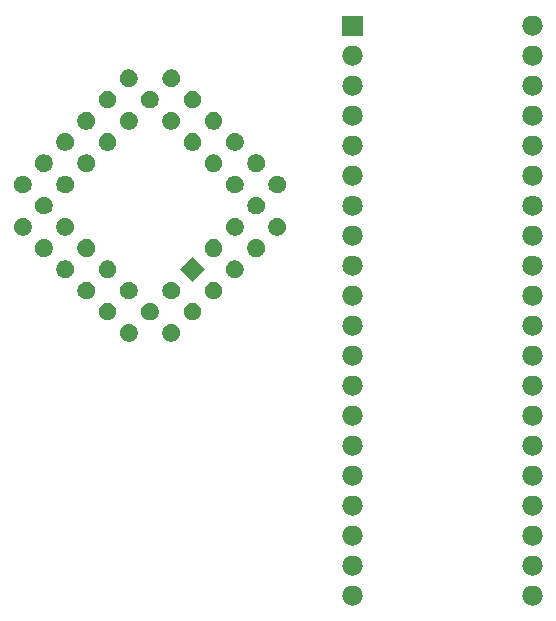
<source format=gbr>
G04 #@! TF.GenerationSoftware,KiCad,Pcbnew,(5.1.2-1)-1*
G04 #@! TF.CreationDate,2019-05-24T20:07:40+01:00*
G04 #@! TF.ProjectId,8840A_CPU,38383430-415f-4435-9055-2e6b69636164,rev?*
G04 #@! TF.SameCoordinates,Original*
G04 #@! TF.FileFunction,Soldermask,Bot*
G04 #@! TF.FilePolarity,Negative*
%FSLAX46Y46*%
G04 Gerber Fmt 4.6, Leading zero omitted, Abs format (unit mm)*
G04 Created by KiCad (PCBNEW (5.1.2-1)-1) date 2019-05-24 20:07:40*
%MOMM*%
%LPD*%
G04 APERTURE LIST*
%ADD10C,0.100000*%
G04 APERTURE END LIST*
D10*
G36*
X147486823Y-106476313D02*
G01*
X147647242Y-106524976D01*
X147779906Y-106595886D01*
X147795078Y-106603996D01*
X147924659Y-106710341D01*
X148031004Y-106839922D01*
X148031005Y-106839924D01*
X148110024Y-106987758D01*
X148158687Y-107148177D01*
X148175117Y-107315000D01*
X148158687Y-107481823D01*
X148110024Y-107642242D01*
X148039114Y-107774906D01*
X148031004Y-107790078D01*
X147924659Y-107919659D01*
X147795078Y-108026004D01*
X147795076Y-108026005D01*
X147647242Y-108105024D01*
X147486823Y-108153687D01*
X147361804Y-108166000D01*
X147278196Y-108166000D01*
X147153177Y-108153687D01*
X146992758Y-108105024D01*
X146844924Y-108026005D01*
X146844922Y-108026004D01*
X146715341Y-107919659D01*
X146608996Y-107790078D01*
X146600886Y-107774906D01*
X146529976Y-107642242D01*
X146481313Y-107481823D01*
X146464883Y-107315000D01*
X146481313Y-107148177D01*
X146529976Y-106987758D01*
X146608995Y-106839924D01*
X146608996Y-106839922D01*
X146715341Y-106710341D01*
X146844922Y-106603996D01*
X146860094Y-106595886D01*
X146992758Y-106524976D01*
X147153177Y-106476313D01*
X147278196Y-106464000D01*
X147361804Y-106464000D01*
X147486823Y-106476313D01*
X147486823Y-106476313D01*
G37*
G36*
X132246823Y-106476313D02*
G01*
X132407242Y-106524976D01*
X132539906Y-106595886D01*
X132555078Y-106603996D01*
X132684659Y-106710341D01*
X132791004Y-106839922D01*
X132791005Y-106839924D01*
X132870024Y-106987758D01*
X132918687Y-107148177D01*
X132935117Y-107315000D01*
X132918687Y-107481823D01*
X132870024Y-107642242D01*
X132799114Y-107774906D01*
X132791004Y-107790078D01*
X132684659Y-107919659D01*
X132555078Y-108026004D01*
X132555076Y-108026005D01*
X132407242Y-108105024D01*
X132246823Y-108153687D01*
X132121804Y-108166000D01*
X132038196Y-108166000D01*
X131913177Y-108153687D01*
X131752758Y-108105024D01*
X131604924Y-108026005D01*
X131604922Y-108026004D01*
X131475341Y-107919659D01*
X131368996Y-107790078D01*
X131360886Y-107774906D01*
X131289976Y-107642242D01*
X131241313Y-107481823D01*
X131224883Y-107315000D01*
X131241313Y-107148177D01*
X131289976Y-106987758D01*
X131368995Y-106839924D01*
X131368996Y-106839922D01*
X131475341Y-106710341D01*
X131604922Y-106603996D01*
X131620094Y-106595886D01*
X131752758Y-106524976D01*
X131913177Y-106476313D01*
X132038196Y-106464000D01*
X132121804Y-106464000D01*
X132246823Y-106476313D01*
X132246823Y-106476313D01*
G37*
G36*
X132246823Y-103936313D02*
G01*
X132407242Y-103984976D01*
X132539906Y-104055886D01*
X132555078Y-104063996D01*
X132684659Y-104170341D01*
X132791004Y-104299922D01*
X132791005Y-104299924D01*
X132870024Y-104447758D01*
X132918687Y-104608177D01*
X132935117Y-104775000D01*
X132918687Y-104941823D01*
X132870024Y-105102242D01*
X132799114Y-105234906D01*
X132791004Y-105250078D01*
X132684659Y-105379659D01*
X132555078Y-105486004D01*
X132555076Y-105486005D01*
X132407242Y-105565024D01*
X132246823Y-105613687D01*
X132121804Y-105626000D01*
X132038196Y-105626000D01*
X131913177Y-105613687D01*
X131752758Y-105565024D01*
X131604924Y-105486005D01*
X131604922Y-105486004D01*
X131475341Y-105379659D01*
X131368996Y-105250078D01*
X131360886Y-105234906D01*
X131289976Y-105102242D01*
X131241313Y-104941823D01*
X131224883Y-104775000D01*
X131241313Y-104608177D01*
X131289976Y-104447758D01*
X131368995Y-104299924D01*
X131368996Y-104299922D01*
X131475341Y-104170341D01*
X131604922Y-104063996D01*
X131620094Y-104055886D01*
X131752758Y-103984976D01*
X131913177Y-103936313D01*
X132038196Y-103924000D01*
X132121804Y-103924000D01*
X132246823Y-103936313D01*
X132246823Y-103936313D01*
G37*
G36*
X147486823Y-103936313D02*
G01*
X147647242Y-103984976D01*
X147779906Y-104055886D01*
X147795078Y-104063996D01*
X147924659Y-104170341D01*
X148031004Y-104299922D01*
X148031005Y-104299924D01*
X148110024Y-104447758D01*
X148158687Y-104608177D01*
X148175117Y-104775000D01*
X148158687Y-104941823D01*
X148110024Y-105102242D01*
X148039114Y-105234906D01*
X148031004Y-105250078D01*
X147924659Y-105379659D01*
X147795078Y-105486004D01*
X147795076Y-105486005D01*
X147647242Y-105565024D01*
X147486823Y-105613687D01*
X147361804Y-105626000D01*
X147278196Y-105626000D01*
X147153177Y-105613687D01*
X146992758Y-105565024D01*
X146844924Y-105486005D01*
X146844922Y-105486004D01*
X146715341Y-105379659D01*
X146608996Y-105250078D01*
X146600886Y-105234906D01*
X146529976Y-105102242D01*
X146481313Y-104941823D01*
X146464883Y-104775000D01*
X146481313Y-104608177D01*
X146529976Y-104447758D01*
X146608995Y-104299924D01*
X146608996Y-104299922D01*
X146715341Y-104170341D01*
X146844922Y-104063996D01*
X146860094Y-104055886D01*
X146992758Y-103984976D01*
X147153177Y-103936313D01*
X147278196Y-103924000D01*
X147361804Y-103924000D01*
X147486823Y-103936313D01*
X147486823Y-103936313D01*
G37*
G36*
X147486823Y-101396313D02*
G01*
X147647242Y-101444976D01*
X147779906Y-101515886D01*
X147795078Y-101523996D01*
X147924659Y-101630341D01*
X148031004Y-101759922D01*
X148031005Y-101759924D01*
X148110024Y-101907758D01*
X148158687Y-102068177D01*
X148175117Y-102235000D01*
X148158687Y-102401823D01*
X148110024Y-102562242D01*
X148039114Y-102694906D01*
X148031004Y-102710078D01*
X147924659Y-102839659D01*
X147795078Y-102946004D01*
X147795076Y-102946005D01*
X147647242Y-103025024D01*
X147486823Y-103073687D01*
X147361804Y-103086000D01*
X147278196Y-103086000D01*
X147153177Y-103073687D01*
X146992758Y-103025024D01*
X146844924Y-102946005D01*
X146844922Y-102946004D01*
X146715341Y-102839659D01*
X146608996Y-102710078D01*
X146600886Y-102694906D01*
X146529976Y-102562242D01*
X146481313Y-102401823D01*
X146464883Y-102235000D01*
X146481313Y-102068177D01*
X146529976Y-101907758D01*
X146608995Y-101759924D01*
X146608996Y-101759922D01*
X146715341Y-101630341D01*
X146844922Y-101523996D01*
X146860094Y-101515886D01*
X146992758Y-101444976D01*
X147153177Y-101396313D01*
X147278196Y-101384000D01*
X147361804Y-101384000D01*
X147486823Y-101396313D01*
X147486823Y-101396313D01*
G37*
G36*
X132246823Y-101396313D02*
G01*
X132407242Y-101444976D01*
X132539906Y-101515886D01*
X132555078Y-101523996D01*
X132684659Y-101630341D01*
X132791004Y-101759922D01*
X132791005Y-101759924D01*
X132870024Y-101907758D01*
X132918687Y-102068177D01*
X132935117Y-102235000D01*
X132918687Y-102401823D01*
X132870024Y-102562242D01*
X132799114Y-102694906D01*
X132791004Y-102710078D01*
X132684659Y-102839659D01*
X132555078Y-102946004D01*
X132555076Y-102946005D01*
X132407242Y-103025024D01*
X132246823Y-103073687D01*
X132121804Y-103086000D01*
X132038196Y-103086000D01*
X131913177Y-103073687D01*
X131752758Y-103025024D01*
X131604924Y-102946005D01*
X131604922Y-102946004D01*
X131475341Y-102839659D01*
X131368996Y-102710078D01*
X131360886Y-102694906D01*
X131289976Y-102562242D01*
X131241313Y-102401823D01*
X131224883Y-102235000D01*
X131241313Y-102068177D01*
X131289976Y-101907758D01*
X131368995Y-101759924D01*
X131368996Y-101759922D01*
X131475341Y-101630341D01*
X131604922Y-101523996D01*
X131620094Y-101515886D01*
X131752758Y-101444976D01*
X131913177Y-101396313D01*
X132038196Y-101384000D01*
X132121804Y-101384000D01*
X132246823Y-101396313D01*
X132246823Y-101396313D01*
G37*
G36*
X147486823Y-98856313D02*
G01*
X147647242Y-98904976D01*
X147779906Y-98975886D01*
X147795078Y-98983996D01*
X147924659Y-99090341D01*
X148031004Y-99219922D01*
X148031005Y-99219924D01*
X148110024Y-99367758D01*
X148158687Y-99528177D01*
X148175117Y-99695000D01*
X148158687Y-99861823D01*
X148110024Y-100022242D01*
X148039114Y-100154906D01*
X148031004Y-100170078D01*
X147924659Y-100299659D01*
X147795078Y-100406004D01*
X147795076Y-100406005D01*
X147647242Y-100485024D01*
X147486823Y-100533687D01*
X147361804Y-100546000D01*
X147278196Y-100546000D01*
X147153177Y-100533687D01*
X146992758Y-100485024D01*
X146844924Y-100406005D01*
X146844922Y-100406004D01*
X146715341Y-100299659D01*
X146608996Y-100170078D01*
X146600886Y-100154906D01*
X146529976Y-100022242D01*
X146481313Y-99861823D01*
X146464883Y-99695000D01*
X146481313Y-99528177D01*
X146529976Y-99367758D01*
X146608995Y-99219924D01*
X146608996Y-99219922D01*
X146715341Y-99090341D01*
X146844922Y-98983996D01*
X146860094Y-98975886D01*
X146992758Y-98904976D01*
X147153177Y-98856313D01*
X147278196Y-98844000D01*
X147361804Y-98844000D01*
X147486823Y-98856313D01*
X147486823Y-98856313D01*
G37*
G36*
X132246823Y-98856313D02*
G01*
X132407242Y-98904976D01*
X132539906Y-98975886D01*
X132555078Y-98983996D01*
X132684659Y-99090341D01*
X132791004Y-99219922D01*
X132791005Y-99219924D01*
X132870024Y-99367758D01*
X132918687Y-99528177D01*
X132935117Y-99695000D01*
X132918687Y-99861823D01*
X132870024Y-100022242D01*
X132799114Y-100154906D01*
X132791004Y-100170078D01*
X132684659Y-100299659D01*
X132555078Y-100406004D01*
X132555076Y-100406005D01*
X132407242Y-100485024D01*
X132246823Y-100533687D01*
X132121804Y-100546000D01*
X132038196Y-100546000D01*
X131913177Y-100533687D01*
X131752758Y-100485024D01*
X131604924Y-100406005D01*
X131604922Y-100406004D01*
X131475341Y-100299659D01*
X131368996Y-100170078D01*
X131360886Y-100154906D01*
X131289976Y-100022242D01*
X131241313Y-99861823D01*
X131224883Y-99695000D01*
X131241313Y-99528177D01*
X131289976Y-99367758D01*
X131368995Y-99219924D01*
X131368996Y-99219922D01*
X131475341Y-99090341D01*
X131604922Y-98983996D01*
X131620094Y-98975886D01*
X131752758Y-98904976D01*
X131913177Y-98856313D01*
X132038196Y-98844000D01*
X132121804Y-98844000D01*
X132246823Y-98856313D01*
X132246823Y-98856313D01*
G37*
G36*
X147486823Y-96316313D02*
G01*
X147647242Y-96364976D01*
X147779906Y-96435886D01*
X147795078Y-96443996D01*
X147924659Y-96550341D01*
X148031004Y-96679922D01*
X148031005Y-96679924D01*
X148110024Y-96827758D01*
X148158687Y-96988177D01*
X148175117Y-97155000D01*
X148158687Y-97321823D01*
X148110024Y-97482242D01*
X148039114Y-97614906D01*
X148031004Y-97630078D01*
X147924659Y-97759659D01*
X147795078Y-97866004D01*
X147795076Y-97866005D01*
X147647242Y-97945024D01*
X147486823Y-97993687D01*
X147361804Y-98006000D01*
X147278196Y-98006000D01*
X147153177Y-97993687D01*
X146992758Y-97945024D01*
X146844924Y-97866005D01*
X146844922Y-97866004D01*
X146715341Y-97759659D01*
X146608996Y-97630078D01*
X146600886Y-97614906D01*
X146529976Y-97482242D01*
X146481313Y-97321823D01*
X146464883Y-97155000D01*
X146481313Y-96988177D01*
X146529976Y-96827758D01*
X146608995Y-96679924D01*
X146608996Y-96679922D01*
X146715341Y-96550341D01*
X146844922Y-96443996D01*
X146860094Y-96435886D01*
X146992758Y-96364976D01*
X147153177Y-96316313D01*
X147278196Y-96304000D01*
X147361804Y-96304000D01*
X147486823Y-96316313D01*
X147486823Y-96316313D01*
G37*
G36*
X132246823Y-96316313D02*
G01*
X132407242Y-96364976D01*
X132539906Y-96435886D01*
X132555078Y-96443996D01*
X132684659Y-96550341D01*
X132791004Y-96679922D01*
X132791005Y-96679924D01*
X132870024Y-96827758D01*
X132918687Y-96988177D01*
X132935117Y-97155000D01*
X132918687Y-97321823D01*
X132870024Y-97482242D01*
X132799114Y-97614906D01*
X132791004Y-97630078D01*
X132684659Y-97759659D01*
X132555078Y-97866004D01*
X132555076Y-97866005D01*
X132407242Y-97945024D01*
X132246823Y-97993687D01*
X132121804Y-98006000D01*
X132038196Y-98006000D01*
X131913177Y-97993687D01*
X131752758Y-97945024D01*
X131604924Y-97866005D01*
X131604922Y-97866004D01*
X131475341Y-97759659D01*
X131368996Y-97630078D01*
X131360886Y-97614906D01*
X131289976Y-97482242D01*
X131241313Y-97321823D01*
X131224883Y-97155000D01*
X131241313Y-96988177D01*
X131289976Y-96827758D01*
X131368995Y-96679924D01*
X131368996Y-96679922D01*
X131475341Y-96550341D01*
X131604922Y-96443996D01*
X131620094Y-96435886D01*
X131752758Y-96364976D01*
X131913177Y-96316313D01*
X132038196Y-96304000D01*
X132121804Y-96304000D01*
X132246823Y-96316313D01*
X132246823Y-96316313D01*
G37*
G36*
X132246823Y-93776313D02*
G01*
X132407242Y-93824976D01*
X132539906Y-93895886D01*
X132555078Y-93903996D01*
X132684659Y-94010341D01*
X132791004Y-94139922D01*
X132791005Y-94139924D01*
X132870024Y-94287758D01*
X132918687Y-94448177D01*
X132935117Y-94615000D01*
X132918687Y-94781823D01*
X132870024Y-94942242D01*
X132799114Y-95074906D01*
X132791004Y-95090078D01*
X132684659Y-95219659D01*
X132555078Y-95326004D01*
X132555076Y-95326005D01*
X132407242Y-95405024D01*
X132246823Y-95453687D01*
X132121804Y-95466000D01*
X132038196Y-95466000D01*
X131913177Y-95453687D01*
X131752758Y-95405024D01*
X131604924Y-95326005D01*
X131604922Y-95326004D01*
X131475341Y-95219659D01*
X131368996Y-95090078D01*
X131360886Y-95074906D01*
X131289976Y-94942242D01*
X131241313Y-94781823D01*
X131224883Y-94615000D01*
X131241313Y-94448177D01*
X131289976Y-94287758D01*
X131368995Y-94139924D01*
X131368996Y-94139922D01*
X131475341Y-94010341D01*
X131604922Y-93903996D01*
X131620094Y-93895886D01*
X131752758Y-93824976D01*
X131913177Y-93776313D01*
X132038196Y-93764000D01*
X132121804Y-93764000D01*
X132246823Y-93776313D01*
X132246823Y-93776313D01*
G37*
G36*
X147486823Y-93776313D02*
G01*
X147647242Y-93824976D01*
X147779906Y-93895886D01*
X147795078Y-93903996D01*
X147924659Y-94010341D01*
X148031004Y-94139922D01*
X148031005Y-94139924D01*
X148110024Y-94287758D01*
X148158687Y-94448177D01*
X148175117Y-94615000D01*
X148158687Y-94781823D01*
X148110024Y-94942242D01*
X148039114Y-95074906D01*
X148031004Y-95090078D01*
X147924659Y-95219659D01*
X147795078Y-95326004D01*
X147795076Y-95326005D01*
X147647242Y-95405024D01*
X147486823Y-95453687D01*
X147361804Y-95466000D01*
X147278196Y-95466000D01*
X147153177Y-95453687D01*
X146992758Y-95405024D01*
X146844924Y-95326005D01*
X146844922Y-95326004D01*
X146715341Y-95219659D01*
X146608996Y-95090078D01*
X146600886Y-95074906D01*
X146529976Y-94942242D01*
X146481313Y-94781823D01*
X146464883Y-94615000D01*
X146481313Y-94448177D01*
X146529976Y-94287758D01*
X146608995Y-94139924D01*
X146608996Y-94139922D01*
X146715341Y-94010341D01*
X146844922Y-93903996D01*
X146860094Y-93895886D01*
X146992758Y-93824976D01*
X147153177Y-93776313D01*
X147278196Y-93764000D01*
X147361804Y-93764000D01*
X147486823Y-93776313D01*
X147486823Y-93776313D01*
G37*
G36*
X132246823Y-91236313D02*
G01*
X132407242Y-91284976D01*
X132539906Y-91355886D01*
X132555078Y-91363996D01*
X132684659Y-91470341D01*
X132791004Y-91599922D01*
X132791005Y-91599924D01*
X132870024Y-91747758D01*
X132918687Y-91908177D01*
X132935117Y-92075000D01*
X132918687Y-92241823D01*
X132870024Y-92402242D01*
X132799114Y-92534906D01*
X132791004Y-92550078D01*
X132684659Y-92679659D01*
X132555078Y-92786004D01*
X132555076Y-92786005D01*
X132407242Y-92865024D01*
X132246823Y-92913687D01*
X132121804Y-92926000D01*
X132038196Y-92926000D01*
X131913177Y-92913687D01*
X131752758Y-92865024D01*
X131604924Y-92786005D01*
X131604922Y-92786004D01*
X131475341Y-92679659D01*
X131368996Y-92550078D01*
X131360886Y-92534906D01*
X131289976Y-92402242D01*
X131241313Y-92241823D01*
X131224883Y-92075000D01*
X131241313Y-91908177D01*
X131289976Y-91747758D01*
X131368995Y-91599924D01*
X131368996Y-91599922D01*
X131475341Y-91470341D01*
X131604922Y-91363996D01*
X131620094Y-91355886D01*
X131752758Y-91284976D01*
X131913177Y-91236313D01*
X132038196Y-91224000D01*
X132121804Y-91224000D01*
X132246823Y-91236313D01*
X132246823Y-91236313D01*
G37*
G36*
X147486823Y-91236313D02*
G01*
X147647242Y-91284976D01*
X147779906Y-91355886D01*
X147795078Y-91363996D01*
X147924659Y-91470341D01*
X148031004Y-91599922D01*
X148031005Y-91599924D01*
X148110024Y-91747758D01*
X148158687Y-91908177D01*
X148175117Y-92075000D01*
X148158687Y-92241823D01*
X148110024Y-92402242D01*
X148039114Y-92534906D01*
X148031004Y-92550078D01*
X147924659Y-92679659D01*
X147795078Y-92786004D01*
X147795076Y-92786005D01*
X147647242Y-92865024D01*
X147486823Y-92913687D01*
X147361804Y-92926000D01*
X147278196Y-92926000D01*
X147153177Y-92913687D01*
X146992758Y-92865024D01*
X146844924Y-92786005D01*
X146844922Y-92786004D01*
X146715341Y-92679659D01*
X146608996Y-92550078D01*
X146600886Y-92534906D01*
X146529976Y-92402242D01*
X146481313Y-92241823D01*
X146464883Y-92075000D01*
X146481313Y-91908177D01*
X146529976Y-91747758D01*
X146608995Y-91599924D01*
X146608996Y-91599922D01*
X146715341Y-91470341D01*
X146844922Y-91363996D01*
X146860094Y-91355886D01*
X146992758Y-91284976D01*
X147153177Y-91236313D01*
X147278196Y-91224000D01*
X147361804Y-91224000D01*
X147486823Y-91236313D01*
X147486823Y-91236313D01*
G37*
G36*
X147486823Y-88696313D02*
G01*
X147647242Y-88744976D01*
X147779906Y-88815886D01*
X147795078Y-88823996D01*
X147924659Y-88930341D01*
X148031004Y-89059922D01*
X148031005Y-89059924D01*
X148110024Y-89207758D01*
X148158687Y-89368177D01*
X148175117Y-89535000D01*
X148158687Y-89701823D01*
X148110024Y-89862242D01*
X148039114Y-89994906D01*
X148031004Y-90010078D01*
X147924659Y-90139659D01*
X147795078Y-90246004D01*
X147795076Y-90246005D01*
X147647242Y-90325024D01*
X147486823Y-90373687D01*
X147361804Y-90386000D01*
X147278196Y-90386000D01*
X147153177Y-90373687D01*
X146992758Y-90325024D01*
X146844924Y-90246005D01*
X146844922Y-90246004D01*
X146715341Y-90139659D01*
X146608996Y-90010078D01*
X146600886Y-89994906D01*
X146529976Y-89862242D01*
X146481313Y-89701823D01*
X146464883Y-89535000D01*
X146481313Y-89368177D01*
X146529976Y-89207758D01*
X146608995Y-89059924D01*
X146608996Y-89059922D01*
X146715341Y-88930341D01*
X146844922Y-88823996D01*
X146860094Y-88815886D01*
X146992758Y-88744976D01*
X147153177Y-88696313D01*
X147278196Y-88684000D01*
X147361804Y-88684000D01*
X147486823Y-88696313D01*
X147486823Y-88696313D01*
G37*
G36*
X132246823Y-88696313D02*
G01*
X132407242Y-88744976D01*
X132539906Y-88815886D01*
X132555078Y-88823996D01*
X132684659Y-88930341D01*
X132791004Y-89059922D01*
X132791005Y-89059924D01*
X132870024Y-89207758D01*
X132918687Y-89368177D01*
X132935117Y-89535000D01*
X132918687Y-89701823D01*
X132870024Y-89862242D01*
X132799114Y-89994906D01*
X132791004Y-90010078D01*
X132684659Y-90139659D01*
X132555078Y-90246004D01*
X132555076Y-90246005D01*
X132407242Y-90325024D01*
X132246823Y-90373687D01*
X132121804Y-90386000D01*
X132038196Y-90386000D01*
X131913177Y-90373687D01*
X131752758Y-90325024D01*
X131604924Y-90246005D01*
X131604922Y-90246004D01*
X131475341Y-90139659D01*
X131368996Y-90010078D01*
X131360886Y-89994906D01*
X131289976Y-89862242D01*
X131241313Y-89701823D01*
X131224883Y-89535000D01*
X131241313Y-89368177D01*
X131289976Y-89207758D01*
X131368995Y-89059924D01*
X131368996Y-89059922D01*
X131475341Y-88930341D01*
X131604922Y-88823996D01*
X131620094Y-88815886D01*
X131752758Y-88744976D01*
X131913177Y-88696313D01*
X132038196Y-88684000D01*
X132121804Y-88684000D01*
X132246823Y-88696313D01*
X132246823Y-88696313D01*
G37*
G36*
X147486823Y-86156313D02*
G01*
X147647242Y-86204976D01*
X147779906Y-86275886D01*
X147795078Y-86283996D01*
X147924659Y-86390341D01*
X148031004Y-86519922D01*
X148031005Y-86519924D01*
X148110024Y-86667758D01*
X148158687Y-86828177D01*
X148175117Y-86995000D01*
X148158687Y-87161823D01*
X148110024Y-87322242D01*
X148039114Y-87454906D01*
X148031004Y-87470078D01*
X147924659Y-87599659D01*
X147795078Y-87706004D01*
X147795076Y-87706005D01*
X147647242Y-87785024D01*
X147486823Y-87833687D01*
X147361804Y-87846000D01*
X147278196Y-87846000D01*
X147153177Y-87833687D01*
X146992758Y-87785024D01*
X146844924Y-87706005D01*
X146844922Y-87706004D01*
X146715341Y-87599659D01*
X146608996Y-87470078D01*
X146600886Y-87454906D01*
X146529976Y-87322242D01*
X146481313Y-87161823D01*
X146464883Y-86995000D01*
X146481313Y-86828177D01*
X146529976Y-86667758D01*
X146608995Y-86519924D01*
X146608996Y-86519922D01*
X146715341Y-86390341D01*
X146844922Y-86283996D01*
X146860094Y-86275886D01*
X146992758Y-86204976D01*
X147153177Y-86156313D01*
X147278196Y-86144000D01*
X147361804Y-86144000D01*
X147486823Y-86156313D01*
X147486823Y-86156313D01*
G37*
G36*
X132246823Y-86156313D02*
G01*
X132407242Y-86204976D01*
X132539906Y-86275886D01*
X132555078Y-86283996D01*
X132684659Y-86390341D01*
X132791004Y-86519922D01*
X132791005Y-86519924D01*
X132870024Y-86667758D01*
X132918687Y-86828177D01*
X132935117Y-86995000D01*
X132918687Y-87161823D01*
X132870024Y-87322242D01*
X132799114Y-87454906D01*
X132791004Y-87470078D01*
X132684659Y-87599659D01*
X132555078Y-87706004D01*
X132555076Y-87706005D01*
X132407242Y-87785024D01*
X132246823Y-87833687D01*
X132121804Y-87846000D01*
X132038196Y-87846000D01*
X131913177Y-87833687D01*
X131752758Y-87785024D01*
X131604924Y-87706005D01*
X131604922Y-87706004D01*
X131475341Y-87599659D01*
X131368996Y-87470078D01*
X131360886Y-87454906D01*
X131289976Y-87322242D01*
X131241313Y-87161823D01*
X131224883Y-86995000D01*
X131241313Y-86828177D01*
X131289976Y-86667758D01*
X131368995Y-86519924D01*
X131368996Y-86519922D01*
X131475341Y-86390341D01*
X131604922Y-86283996D01*
X131620094Y-86275886D01*
X131752758Y-86204976D01*
X131913177Y-86156313D01*
X132038196Y-86144000D01*
X132121804Y-86144000D01*
X132246823Y-86156313D01*
X132246823Y-86156313D01*
G37*
G36*
X116825476Y-84325906D02*
G01*
X116949672Y-84350609D01*
X117086073Y-84407108D01*
X117208830Y-84489132D01*
X117313226Y-84593528D01*
X117395250Y-84716285D01*
X117451749Y-84852686D01*
X117480551Y-84997488D01*
X117480551Y-85145126D01*
X117451749Y-85289928D01*
X117395250Y-85426329D01*
X117313226Y-85549086D01*
X117208830Y-85653482D01*
X117086073Y-85735506D01*
X116949672Y-85792005D01*
X116825476Y-85816708D01*
X116804871Y-85820807D01*
X116657231Y-85820807D01*
X116636626Y-85816708D01*
X116512430Y-85792005D01*
X116376029Y-85735506D01*
X116253272Y-85653482D01*
X116148876Y-85549086D01*
X116066852Y-85426329D01*
X116010353Y-85289928D01*
X115981551Y-85145126D01*
X115981551Y-84997488D01*
X116010353Y-84852686D01*
X116066852Y-84716285D01*
X116148876Y-84593528D01*
X116253272Y-84489132D01*
X116376029Y-84407108D01*
X116512430Y-84350609D01*
X116636626Y-84325906D01*
X116657231Y-84321807D01*
X116804871Y-84321807D01*
X116825476Y-84325906D01*
X116825476Y-84325906D01*
G37*
G36*
X113233374Y-84325906D02*
G01*
X113357570Y-84350609D01*
X113493971Y-84407108D01*
X113616728Y-84489132D01*
X113721124Y-84593528D01*
X113803148Y-84716285D01*
X113859647Y-84852686D01*
X113888449Y-84997488D01*
X113888449Y-85145126D01*
X113859647Y-85289928D01*
X113803148Y-85426329D01*
X113721124Y-85549086D01*
X113616728Y-85653482D01*
X113493971Y-85735506D01*
X113357570Y-85792005D01*
X113233374Y-85816708D01*
X113212769Y-85820807D01*
X113065129Y-85820807D01*
X113044524Y-85816708D01*
X112920328Y-85792005D01*
X112783927Y-85735506D01*
X112661170Y-85653482D01*
X112556774Y-85549086D01*
X112474750Y-85426329D01*
X112418251Y-85289928D01*
X112389449Y-85145126D01*
X112389449Y-84997488D01*
X112418251Y-84852686D01*
X112474750Y-84716285D01*
X112556774Y-84593528D01*
X112661170Y-84489132D01*
X112783927Y-84407108D01*
X112920328Y-84350609D01*
X113044524Y-84325906D01*
X113065129Y-84321807D01*
X113212769Y-84321807D01*
X113233374Y-84325906D01*
X113233374Y-84325906D01*
G37*
G36*
X132246823Y-83616313D02*
G01*
X132407242Y-83664976D01*
X132539906Y-83735886D01*
X132555078Y-83743996D01*
X132684659Y-83850341D01*
X132791004Y-83979922D01*
X132791005Y-83979924D01*
X132870024Y-84127758D01*
X132918687Y-84288177D01*
X132935117Y-84455000D01*
X132918687Y-84621823D01*
X132870024Y-84782242D01*
X132832371Y-84852686D01*
X132791004Y-84930078D01*
X132684659Y-85059659D01*
X132555078Y-85166004D01*
X132555076Y-85166005D01*
X132407242Y-85245024D01*
X132246823Y-85293687D01*
X132121804Y-85306000D01*
X132038196Y-85306000D01*
X131913177Y-85293687D01*
X131752758Y-85245024D01*
X131604924Y-85166005D01*
X131604922Y-85166004D01*
X131475341Y-85059659D01*
X131368996Y-84930078D01*
X131327629Y-84852686D01*
X131289976Y-84782242D01*
X131241313Y-84621823D01*
X131224883Y-84455000D01*
X131241313Y-84288177D01*
X131289976Y-84127758D01*
X131368995Y-83979924D01*
X131368996Y-83979922D01*
X131475341Y-83850341D01*
X131604922Y-83743996D01*
X131620094Y-83735886D01*
X131752758Y-83664976D01*
X131913177Y-83616313D01*
X132038196Y-83604000D01*
X132121804Y-83604000D01*
X132246823Y-83616313D01*
X132246823Y-83616313D01*
G37*
G36*
X147486823Y-83616313D02*
G01*
X147647242Y-83664976D01*
X147779906Y-83735886D01*
X147795078Y-83743996D01*
X147924659Y-83850341D01*
X148031004Y-83979922D01*
X148031005Y-83979924D01*
X148110024Y-84127758D01*
X148158687Y-84288177D01*
X148175117Y-84455000D01*
X148158687Y-84621823D01*
X148110024Y-84782242D01*
X148072371Y-84852686D01*
X148031004Y-84930078D01*
X147924659Y-85059659D01*
X147795078Y-85166004D01*
X147795076Y-85166005D01*
X147647242Y-85245024D01*
X147486823Y-85293687D01*
X147361804Y-85306000D01*
X147278196Y-85306000D01*
X147153177Y-85293687D01*
X146992758Y-85245024D01*
X146844924Y-85166005D01*
X146844922Y-85166004D01*
X146715341Y-85059659D01*
X146608996Y-84930078D01*
X146567629Y-84852686D01*
X146529976Y-84782242D01*
X146481313Y-84621823D01*
X146464883Y-84455000D01*
X146481313Y-84288177D01*
X146529976Y-84127758D01*
X146608995Y-83979924D01*
X146608996Y-83979922D01*
X146715341Y-83850341D01*
X146844922Y-83743996D01*
X146860094Y-83735886D01*
X146992758Y-83664976D01*
X147153177Y-83616313D01*
X147278196Y-83604000D01*
X147361804Y-83604000D01*
X147486823Y-83616313D01*
X147486823Y-83616313D01*
G37*
G36*
X111437323Y-82529855D02*
G01*
X111561519Y-82554558D01*
X111697920Y-82611057D01*
X111820677Y-82693081D01*
X111925073Y-82797477D01*
X112007097Y-82920234D01*
X112063596Y-83056635D01*
X112092398Y-83201437D01*
X112092398Y-83349075D01*
X112063596Y-83493877D01*
X112007097Y-83630278D01*
X111925073Y-83753035D01*
X111820677Y-83857431D01*
X111697920Y-83939455D01*
X111561519Y-83995954D01*
X111437323Y-84020657D01*
X111416718Y-84024756D01*
X111269078Y-84024756D01*
X111248473Y-84020657D01*
X111124277Y-83995954D01*
X110987876Y-83939455D01*
X110865119Y-83857431D01*
X110760723Y-83753035D01*
X110678699Y-83630278D01*
X110622200Y-83493877D01*
X110593398Y-83349075D01*
X110593398Y-83201437D01*
X110622200Y-83056635D01*
X110678699Y-82920234D01*
X110760723Y-82797477D01*
X110865119Y-82693081D01*
X110987876Y-82611057D01*
X111124277Y-82554558D01*
X111248473Y-82529855D01*
X111269078Y-82525756D01*
X111416718Y-82525756D01*
X111437323Y-82529855D01*
X111437323Y-82529855D01*
G37*
G36*
X115029425Y-82529855D02*
G01*
X115153621Y-82554558D01*
X115290022Y-82611057D01*
X115412779Y-82693081D01*
X115517175Y-82797477D01*
X115599199Y-82920234D01*
X115655698Y-83056635D01*
X115684500Y-83201437D01*
X115684500Y-83349075D01*
X115655698Y-83493877D01*
X115599199Y-83630278D01*
X115517175Y-83753035D01*
X115412779Y-83857431D01*
X115290022Y-83939455D01*
X115153621Y-83995954D01*
X115029425Y-84020657D01*
X115008820Y-84024756D01*
X114861180Y-84024756D01*
X114840575Y-84020657D01*
X114716379Y-83995954D01*
X114579978Y-83939455D01*
X114457221Y-83857431D01*
X114352825Y-83753035D01*
X114270801Y-83630278D01*
X114214302Y-83493877D01*
X114185500Y-83349075D01*
X114185500Y-83201437D01*
X114214302Y-83056635D01*
X114270801Y-82920234D01*
X114352825Y-82797477D01*
X114457221Y-82693081D01*
X114579978Y-82611057D01*
X114716379Y-82554558D01*
X114840575Y-82529855D01*
X114861180Y-82525756D01*
X115008820Y-82525756D01*
X115029425Y-82529855D01*
X115029425Y-82529855D01*
G37*
G36*
X118621527Y-82529855D02*
G01*
X118745723Y-82554558D01*
X118882124Y-82611057D01*
X119004881Y-82693081D01*
X119109277Y-82797477D01*
X119191301Y-82920234D01*
X119247800Y-83056635D01*
X119276602Y-83201437D01*
X119276602Y-83349075D01*
X119247800Y-83493877D01*
X119191301Y-83630278D01*
X119109277Y-83753035D01*
X119004881Y-83857431D01*
X118882124Y-83939455D01*
X118745723Y-83995954D01*
X118621527Y-84020657D01*
X118600922Y-84024756D01*
X118453282Y-84024756D01*
X118432677Y-84020657D01*
X118308481Y-83995954D01*
X118172080Y-83939455D01*
X118049323Y-83857431D01*
X117944927Y-83753035D01*
X117862903Y-83630278D01*
X117806404Y-83493877D01*
X117777602Y-83349075D01*
X117777602Y-83201437D01*
X117806404Y-83056635D01*
X117862903Y-82920234D01*
X117944927Y-82797477D01*
X118049323Y-82693081D01*
X118172080Y-82611057D01*
X118308481Y-82554558D01*
X118432677Y-82529855D01*
X118453282Y-82525756D01*
X118600922Y-82525756D01*
X118621527Y-82529855D01*
X118621527Y-82529855D01*
G37*
G36*
X132246823Y-81076313D02*
G01*
X132407242Y-81124976D01*
X132539906Y-81195886D01*
X132555078Y-81203996D01*
X132684659Y-81310341D01*
X132791004Y-81439922D01*
X132791005Y-81439924D01*
X132870024Y-81587758D01*
X132918687Y-81748177D01*
X132935117Y-81915000D01*
X132918687Y-82081823D01*
X132870024Y-82242242D01*
X132799114Y-82374906D01*
X132791004Y-82390078D01*
X132684659Y-82519659D01*
X132555078Y-82626004D01*
X132555076Y-82626005D01*
X132407242Y-82705024D01*
X132246823Y-82753687D01*
X132121804Y-82766000D01*
X132038196Y-82766000D01*
X131913177Y-82753687D01*
X131752758Y-82705024D01*
X131604924Y-82626005D01*
X131604922Y-82626004D01*
X131475341Y-82519659D01*
X131368996Y-82390078D01*
X131360886Y-82374906D01*
X131289976Y-82242242D01*
X131241313Y-82081823D01*
X131224883Y-81915000D01*
X131241313Y-81748177D01*
X131289976Y-81587758D01*
X131368995Y-81439924D01*
X131368996Y-81439922D01*
X131475341Y-81310341D01*
X131604922Y-81203996D01*
X131620094Y-81195886D01*
X131752758Y-81124976D01*
X131913177Y-81076313D01*
X132038196Y-81064000D01*
X132121804Y-81064000D01*
X132246823Y-81076313D01*
X132246823Y-81076313D01*
G37*
G36*
X147486823Y-81076313D02*
G01*
X147647242Y-81124976D01*
X147779906Y-81195886D01*
X147795078Y-81203996D01*
X147924659Y-81310341D01*
X148031004Y-81439922D01*
X148031005Y-81439924D01*
X148110024Y-81587758D01*
X148158687Y-81748177D01*
X148175117Y-81915000D01*
X148158687Y-82081823D01*
X148110024Y-82242242D01*
X148039114Y-82374906D01*
X148031004Y-82390078D01*
X147924659Y-82519659D01*
X147795078Y-82626004D01*
X147795076Y-82626005D01*
X147647242Y-82705024D01*
X147486823Y-82753687D01*
X147361804Y-82766000D01*
X147278196Y-82766000D01*
X147153177Y-82753687D01*
X146992758Y-82705024D01*
X146844924Y-82626005D01*
X146844922Y-82626004D01*
X146715341Y-82519659D01*
X146608996Y-82390078D01*
X146600886Y-82374906D01*
X146529976Y-82242242D01*
X146481313Y-82081823D01*
X146464883Y-81915000D01*
X146481313Y-81748177D01*
X146529976Y-81587758D01*
X146608995Y-81439924D01*
X146608996Y-81439922D01*
X146715341Y-81310341D01*
X146844922Y-81203996D01*
X146860094Y-81195886D01*
X146992758Y-81124976D01*
X147153177Y-81076313D01*
X147278196Y-81064000D01*
X147361804Y-81064000D01*
X147486823Y-81076313D01*
X147486823Y-81076313D01*
G37*
G36*
X120417579Y-80733804D02*
G01*
X120541775Y-80758507D01*
X120678176Y-80815006D01*
X120800933Y-80897030D01*
X120905329Y-81001426D01*
X120987353Y-81124183D01*
X121043852Y-81260584D01*
X121072654Y-81405386D01*
X121072654Y-81553024D01*
X121043852Y-81697826D01*
X120987353Y-81834227D01*
X120905329Y-81956984D01*
X120800933Y-82061380D01*
X120678176Y-82143404D01*
X120541775Y-82199903D01*
X120417579Y-82224606D01*
X120396974Y-82228705D01*
X120249334Y-82228705D01*
X120228729Y-82224606D01*
X120104533Y-82199903D01*
X119968132Y-82143404D01*
X119845375Y-82061380D01*
X119740979Y-81956984D01*
X119658955Y-81834227D01*
X119602456Y-81697826D01*
X119573654Y-81553024D01*
X119573654Y-81405386D01*
X119602456Y-81260584D01*
X119658955Y-81124183D01*
X119740979Y-81001426D01*
X119845375Y-80897030D01*
X119968132Y-80815006D01*
X120104533Y-80758507D01*
X120228729Y-80733804D01*
X120249334Y-80729705D01*
X120396974Y-80729705D01*
X120417579Y-80733804D01*
X120417579Y-80733804D01*
G37*
G36*
X116825476Y-80733804D02*
G01*
X116949672Y-80758507D01*
X117086073Y-80815006D01*
X117208830Y-80897030D01*
X117313226Y-81001426D01*
X117395250Y-81124183D01*
X117451749Y-81260584D01*
X117480551Y-81405386D01*
X117480551Y-81553024D01*
X117451749Y-81697826D01*
X117395250Y-81834227D01*
X117313226Y-81956984D01*
X117208830Y-82061380D01*
X117086073Y-82143404D01*
X116949672Y-82199903D01*
X116825476Y-82224606D01*
X116804871Y-82228705D01*
X116657231Y-82228705D01*
X116636626Y-82224606D01*
X116512430Y-82199903D01*
X116376029Y-82143404D01*
X116253272Y-82061380D01*
X116148876Y-81956984D01*
X116066852Y-81834227D01*
X116010353Y-81697826D01*
X115981551Y-81553024D01*
X115981551Y-81405386D01*
X116010353Y-81260584D01*
X116066852Y-81124183D01*
X116148876Y-81001426D01*
X116253272Y-80897030D01*
X116376029Y-80815006D01*
X116512430Y-80758507D01*
X116636626Y-80733804D01*
X116657231Y-80729705D01*
X116804871Y-80729705D01*
X116825476Y-80733804D01*
X116825476Y-80733804D01*
G37*
G36*
X113233374Y-80733804D02*
G01*
X113357570Y-80758507D01*
X113493971Y-80815006D01*
X113616728Y-80897030D01*
X113721124Y-81001426D01*
X113803148Y-81124183D01*
X113859647Y-81260584D01*
X113888449Y-81405386D01*
X113888449Y-81553024D01*
X113859647Y-81697826D01*
X113803148Y-81834227D01*
X113721124Y-81956984D01*
X113616728Y-82061380D01*
X113493971Y-82143404D01*
X113357570Y-82199903D01*
X113233374Y-82224606D01*
X113212769Y-82228705D01*
X113065129Y-82228705D01*
X113044524Y-82224606D01*
X112920328Y-82199903D01*
X112783927Y-82143404D01*
X112661170Y-82061380D01*
X112556774Y-81956984D01*
X112474750Y-81834227D01*
X112418251Y-81697826D01*
X112389449Y-81553024D01*
X112389449Y-81405386D01*
X112418251Y-81260584D01*
X112474750Y-81124183D01*
X112556774Y-81001426D01*
X112661170Y-80897030D01*
X112783927Y-80815006D01*
X112920328Y-80758507D01*
X113044524Y-80733804D01*
X113065129Y-80729705D01*
X113212769Y-80729705D01*
X113233374Y-80733804D01*
X113233374Y-80733804D01*
G37*
G36*
X109641271Y-80733804D02*
G01*
X109765467Y-80758507D01*
X109901868Y-80815006D01*
X110024625Y-80897030D01*
X110129021Y-81001426D01*
X110211045Y-81124183D01*
X110267544Y-81260584D01*
X110296346Y-81405386D01*
X110296346Y-81553024D01*
X110267544Y-81697826D01*
X110211045Y-81834227D01*
X110129021Y-81956984D01*
X110024625Y-82061380D01*
X109901868Y-82143404D01*
X109765467Y-82199903D01*
X109641271Y-82224606D01*
X109620666Y-82228705D01*
X109473026Y-82228705D01*
X109452421Y-82224606D01*
X109328225Y-82199903D01*
X109191824Y-82143404D01*
X109069067Y-82061380D01*
X108964671Y-81956984D01*
X108882647Y-81834227D01*
X108826148Y-81697826D01*
X108797346Y-81553024D01*
X108797346Y-81405386D01*
X108826148Y-81260584D01*
X108882647Y-81124183D01*
X108964671Y-81001426D01*
X109069067Y-80897030D01*
X109191824Y-80815006D01*
X109328225Y-80758507D01*
X109452421Y-80733804D01*
X109473026Y-80729705D01*
X109620666Y-80729705D01*
X109641271Y-80733804D01*
X109641271Y-80733804D01*
G37*
G36*
X119587055Y-79683154D02*
G01*
X118527102Y-80743107D01*
X117467149Y-79683154D01*
X118527102Y-78623201D01*
X119587055Y-79683154D01*
X119587055Y-79683154D01*
G37*
G36*
X122213630Y-78937753D02*
G01*
X122337826Y-78962456D01*
X122474227Y-79018955D01*
X122596984Y-79100979D01*
X122701380Y-79205375D01*
X122783404Y-79328132D01*
X122839903Y-79464533D01*
X122868705Y-79609335D01*
X122868705Y-79756973D01*
X122839903Y-79901775D01*
X122783404Y-80038176D01*
X122701380Y-80160933D01*
X122596984Y-80265329D01*
X122474227Y-80347353D01*
X122337826Y-80403852D01*
X122213630Y-80428555D01*
X122193025Y-80432654D01*
X122045385Y-80432654D01*
X122024780Y-80428555D01*
X121900584Y-80403852D01*
X121764183Y-80347353D01*
X121641426Y-80265329D01*
X121537030Y-80160933D01*
X121455006Y-80038176D01*
X121398507Y-79901775D01*
X121369705Y-79756973D01*
X121369705Y-79609335D01*
X121398507Y-79464533D01*
X121455006Y-79328132D01*
X121537030Y-79205375D01*
X121641426Y-79100979D01*
X121764183Y-79018955D01*
X121900584Y-78962456D01*
X122024780Y-78937753D01*
X122045385Y-78933654D01*
X122193025Y-78933654D01*
X122213630Y-78937753D01*
X122213630Y-78937753D01*
G37*
G36*
X111437323Y-78937753D02*
G01*
X111561519Y-78962456D01*
X111697920Y-79018955D01*
X111820677Y-79100979D01*
X111925073Y-79205375D01*
X112007097Y-79328132D01*
X112063596Y-79464533D01*
X112092398Y-79609335D01*
X112092398Y-79756973D01*
X112063596Y-79901775D01*
X112007097Y-80038176D01*
X111925073Y-80160933D01*
X111820677Y-80265329D01*
X111697920Y-80347353D01*
X111561519Y-80403852D01*
X111437323Y-80428555D01*
X111416718Y-80432654D01*
X111269078Y-80432654D01*
X111248473Y-80428555D01*
X111124277Y-80403852D01*
X110987876Y-80347353D01*
X110865119Y-80265329D01*
X110760723Y-80160933D01*
X110678699Y-80038176D01*
X110622200Y-79901775D01*
X110593398Y-79756973D01*
X110593398Y-79609335D01*
X110622200Y-79464533D01*
X110678699Y-79328132D01*
X110760723Y-79205375D01*
X110865119Y-79100979D01*
X110987876Y-79018955D01*
X111124277Y-78962456D01*
X111248473Y-78937753D01*
X111269078Y-78933654D01*
X111416718Y-78933654D01*
X111437323Y-78937753D01*
X111437323Y-78937753D01*
G37*
G36*
X107845220Y-78937753D02*
G01*
X107969416Y-78962456D01*
X108105817Y-79018955D01*
X108228574Y-79100979D01*
X108332970Y-79205375D01*
X108414994Y-79328132D01*
X108471493Y-79464533D01*
X108500295Y-79609335D01*
X108500295Y-79756973D01*
X108471493Y-79901775D01*
X108414994Y-80038176D01*
X108332970Y-80160933D01*
X108228574Y-80265329D01*
X108105817Y-80347353D01*
X107969416Y-80403852D01*
X107845220Y-80428555D01*
X107824615Y-80432654D01*
X107676975Y-80432654D01*
X107656370Y-80428555D01*
X107532174Y-80403852D01*
X107395773Y-80347353D01*
X107273016Y-80265329D01*
X107168620Y-80160933D01*
X107086596Y-80038176D01*
X107030097Y-79901775D01*
X107001295Y-79756973D01*
X107001295Y-79609335D01*
X107030097Y-79464533D01*
X107086596Y-79328132D01*
X107168620Y-79205375D01*
X107273016Y-79100979D01*
X107395773Y-79018955D01*
X107532174Y-78962456D01*
X107656370Y-78937753D01*
X107676975Y-78933654D01*
X107824615Y-78933654D01*
X107845220Y-78937753D01*
X107845220Y-78937753D01*
G37*
G36*
X147486823Y-78536313D02*
G01*
X147647242Y-78584976D01*
X147743827Y-78636602D01*
X147795078Y-78663996D01*
X147924659Y-78770341D01*
X148031004Y-78899922D01*
X148031005Y-78899924D01*
X148110024Y-79047758D01*
X148158687Y-79208177D01*
X148175117Y-79375000D01*
X148158687Y-79541823D01*
X148110024Y-79702242D01*
X148080769Y-79756974D01*
X148031004Y-79850078D01*
X147924659Y-79979659D01*
X147795078Y-80086004D01*
X147795076Y-80086005D01*
X147647242Y-80165024D01*
X147486823Y-80213687D01*
X147361804Y-80226000D01*
X147278196Y-80226000D01*
X147153177Y-80213687D01*
X146992758Y-80165024D01*
X146844924Y-80086005D01*
X146844922Y-80086004D01*
X146715341Y-79979659D01*
X146608996Y-79850078D01*
X146559231Y-79756974D01*
X146529976Y-79702242D01*
X146481313Y-79541823D01*
X146464883Y-79375000D01*
X146481313Y-79208177D01*
X146529976Y-79047758D01*
X146608995Y-78899924D01*
X146608996Y-78899922D01*
X146715341Y-78770341D01*
X146844922Y-78663996D01*
X146896173Y-78636602D01*
X146992758Y-78584976D01*
X147153177Y-78536313D01*
X147278196Y-78524000D01*
X147361804Y-78524000D01*
X147486823Y-78536313D01*
X147486823Y-78536313D01*
G37*
G36*
X132246823Y-78536313D02*
G01*
X132407242Y-78584976D01*
X132503827Y-78636602D01*
X132555078Y-78663996D01*
X132684659Y-78770341D01*
X132791004Y-78899922D01*
X132791005Y-78899924D01*
X132870024Y-79047758D01*
X132918687Y-79208177D01*
X132935117Y-79375000D01*
X132918687Y-79541823D01*
X132870024Y-79702242D01*
X132840769Y-79756974D01*
X132791004Y-79850078D01*
X132684659Y-79979659D01*
X132555078Y-80086004D01*
X132555076Y-80086005D01*
X132407242Y-80165024D01*
X132246823Y-80213687D01*
X132121804Y-80226000D01*
X132038196Y-80226000D01*
X131913177Y-80213687D01*
X131752758Y-80165024D01*
X131604924Y-80086005D01*
X131604922Y-80086004D01*
X131475341Y-79979659D01*
X131368996Y-79850078D01*
X131319231Y-79756974D01*
X131289976Y-79702242D01*
X131241313Y-79541823D01*
X131224883Y-79375000D01*
X131241313Y-79208177D01*
X131289976Y-79047758D01*
X131368995Y-78899924D01*
X131368996Y-78899922D01*
X131475341Y-78770341D01*
X131604922Y-78663996D01*
X131656173Y-78636602D01*
X131752758Y-78584976D01*
X131913177Y-78536313D01*
X132038196Y-78524000D01*
X132121804Y-78524000D01*
X132246823Y-78536313D01*
X132246823Y-78536313D01*
G37*
G36*
X109641271Y-77141701D02*
G01*
X109765467Y-77166404D01*
X109901868Y-77222903D01*
X110024625Y-77304927D01*
X110129021Y-77409323D01*
X110211045Y-77532080D01*
X110267544Y-77668481D01*
X110296346Y-77813283D01*
X110296346Y-77960921D01*
X110267544Y-78105723D01*
X110211045Y-78242124D01*
X110129021Y-78364881D01*
X110024625Y-78469277D01*
X109901868Y-78551301D01*
X109765467Y-78607800D01*
X109641271Y-78632503D01*
X109620666Y-78636602D01*
X109473026Y-78636602D01*
X109452421Y-78632503D01*
X109328225Y-78607800D01*
X109191824Y-78551301D01*
X109069067Y-78469277D01*
X108964671Y-78364881D01*
X108882647Y-78242124D01*
X108826148Y-78105723D01*
X108797346Y-77960921D01*
X108797346Y-77813283D01*
X108826148Y-77668481D01*
X108882647Y-77532080D01*
X108964671Y-77409323D01*
X109069067Y-77304927D01*
X109191824Y-77222903D01*
X109328225Y-77166404D01*
X109452421Y-77141701D01*
X109473026Y-77137602D01*
X109620666Y-77137602D01*
X109641271Y-77141701D01*
X109641271Y-77141701D01*
G37*
G36*
X106049169Y-77141701D02*
G01*
X106173365Y-77166404D01*
X106309766Y-77222903D01*
X106432523Y-77304927D01*
X106536919Y-77409323D01*
X106618943Y-77532080D01*
X106675442Y-77668481D01*
X106704244Y-77813283D01*
X106704244Y-77960921D01*
X106675442Y-78105723D01*
X106618943Y-78242124D01*
X106536919Y-78364881D01*
X106432523Y-78469277D01*
X106309766Y-78551301D01*
X106173365Y-78607800D01*
X106049169Y-78632503D01*
X106028564Y-78636602D01*
X105880924Y-78636602D01*
X105860319Y-78632503D01*
X105736123Y-78607800D01*
X105599722Y-78551301D01*
X105476965Y-78469277D01*
X105372569Y-78364881D01*
X105290545Y-78242124D01*
X105234046Y-78105723D01*
X105205244Y-77960921D01*
X105205244Y-77813283D01*
X105234046Y-77668481D01*
X105290545Y-77532080D01*
X105372569Y-77409323D01*
X105476965Y-77304927D01*
X105599722Y-77222903D01*
X105736123Y-77166404D01*
X105860319Y-77141701D01*
X105880924Y-77137602D01*
X106028564Y-77137602D01*
X106049169Y-77141701D01*
X106049169Y-77141701D01*
G37*
G36*
X120417579Y-77141701D02*
G01*
X120541775Y-77166404D01*
X120678176Y-77222903D01*
X120800933Y-77304927D01*
X120905329Y-77409323D01*
X120987353Y-77532080D01*
X121043852Y-77668481D01*
X121072654Y-77813283D01*
X121072654Y-77960921D01*
X121043852Y-78105723D01*
X120987353Y-78242124D01*
X120905329Y-78364881D01*
X120800933Y-78469277D01*
X120678176Y-78551301D01*
X120541775Y-78607800D01*
X120417579Y-78632503D01*
X120396974Y-78636602D01*
X120249334Y-78636602D01*
X120228729Y-78632503D01*
X120104533Y-78607800D01*
X119968132Y-78551301D01*
X119845375Y-78469277D01*
X119740979Y-78364881D01*
X119658955Y-78242124D01*
X119602456Y-78105723D01*
X119573654Y-77960921D01*
X119573654Y-77813283D01*
X119602456Y-77668481D01*
X119658955Y-77532080D01*
X119740979Y-77409323D01*
X119845375Y-77304927D01*
X119968132Y-77222903D01*
X120104533Y-77166404D01*
X120228729Y-77141701D01*
X120249334Y-77137602D01*
X120396974Y-77137602D01*
X120417579Y-77141701D01*
X120417579Y-77141701D01*
G37*
G36*
X124009681Y-77141701D02*
G01*
X124133877Y-77166404D01*
X124270278Y-77222903D01*
X124393035Y-77304927D01*
X124497431Y-77409323D01*
X124579455Y-77532080D01*
X124635954Y-77668481D01*
X124664756Y-77813283D01*
X124664756Y-77960921D01*
X124635954Y-78105723D01*
X124579455Y-78242124D01*
X124497431Y-78364881D01*
X124393035Y-78469277D01*
X124270278Y-78551301D01*
X124133877Y-78607800D01*
X124009681Y-78632503D01*
X123989076Y-78636602D01*
X123841436Y-78636602D01*
X123820831Y-78632503D01*
X123696635Y-78607800D01*
X123560234Y-78551301D01*
X123437477Y-78469277D01*
X123333081Y-78364881D01*
X123251057Y-78242124D01*
X123194558Y-78105723D01*
X123165756Y-77960921D01*
X123165756Y-77813283D01*
X123194558Y-77668481D01*
X123251057Y-77532080D01*
X123333081Y-77409323D01*
X123437477Y-77304927D01*
X123560234Y-77222903D01*
X123696635Y-77166404D01*
X123820831Y-77141701D01*
X123841436Y-77137602D01*
X123989076Y-77137602D01*
X124009681Y-77141701D01*
X124009681Y-77141701D01*
G37*
G36*
X147486823Y-75996313D02*
G01*
X147647242Y-76044976D01*
X147779906Y-76115886D01*
X147795078Y-76123996D01*
X147924659Y-76230341D01*
X148031004Y-76359922D01*
X148031005Y-76359924D01*
X148110024Y-76507758D01*
X148158687Y-76668177D01*
X148175117Y-76835000D01*
X148158687Y-77001823D01*
X148110024Y-77162242D01*
X148077600Y-77222903D01*
X148031004Y-77310078D01*
X147924659Y-77439659D01*
X147795078Y-77546004D01*
X147795076Y-77546005D01*
X147647242Y-77625024D01*
X147486823Y-77673687D01*
X147361804Y-77686000D01*
X147278196Y-77686000D01*
X147153177Y-77673687D01*
X146992758Y-77625024D01*
X146844924Y-77546005D01*
X146844922Y-77546004D01*
X146715341Y-77439659D01*
X146608996Y-77310078D01*
X146562400Y-77222903D01*
X146529976Y-77162242D01*
X146481313Y-77001823D01*
X146464883Y-76835000D01*
X146481313Y-76668177D01*
X146529976Y-76507758D01*
X146608995Y-76359924D01*
X146608996Y-76359922D01*
X146715341Y-76230341D01*
X146844922Y-76123996D01*
X146860094Y-76115886D01*
X146992758Y-76044976D01*
X147153177Y-75996313D01*
X147278196Y-75984000D01*
X147361804Y-75984000D01*
X147486823Y-75996313D01*
X147486823Y-75996313D01*
G37*
G36*
X132246823Y-75996313D02*
G01*
X132407242Y-76044976D01*
X132539906Y-76115886D01*
X132555078Y-76123996D01*
X132684659Y-76230341D01*
X132791004Y-76359922D01*
X132791005Y-76359924D01*
X132870024Y-76507758D01*
X132918687Y-76668177D01*
X132935117Y-76835000D01*
X132918687Y-77001823D01*
X132870024Y-77162242D01*
X132837600Y-77222903D01*
X132791004Y-77310078D01*
X132684659Y-77439659D01*
X132555078Y-77546004D01*
X132555076Y-77546005D01*
X132407242Y-77625024D01*
X132246823Y-77673687D01*
X132121804Y-77686000D01*
X132038196Y-77686000D01*
X131913177Y-77673687D01*
X131752758Y-77625024D01*
X131604924Y-77546005D01*
X131604922Y-77546004D01*
X131475341Y-77439659D01*
X131368996Y-77310078D01*
X131322400Y-77222903D01*
X131289976Y-77162242D01*
X131241313Y-77001823D01*
X131224883Y-76835000D01*
X131241313Y-76668177D01*
X131289976Y-76507758D01*
X131368995Y-76359924D01*
X131368996Y-76359922D01*
X131475341Y-76230341D01*
X131604922Y-76123996D01*
X131620094Y-76115886D01*
X131752758Y-76044976D01*
X131913177Y-75996313D01*
X132038196Y-75984000D01*
X132121804Y-75984000D01*
X132246823Y-75996313D01*
X132246823Y-75996313D01*
G37*
G36*
X122213630Y-75345650D02*
G01*
X122337826Y-75370353D01*
X122474227Y-75426852D01*
X122596984Y-75508876D01*
X122701380Y-75613272D01*
X122783404Y-75736029D01*
X122839903Y-75872430D01*
X122868705Y-76017232D01*
X122868705Y-76164870D01*
X122839903Y-76309672D01*
X122783404Y-76446073D01*
X122701380Y-76568830D01*
X122596984Y-76673226D01*
X122474227Y-76755250D01*
X122337826Y-76811749D01*
X122213630Y-76836452D01*
X122193025Y-76840551D01*
X122045385Y-76840551D01*
X122024780Y-76836452D01*
X121900584Y-76811749D01*
X121764183Y-76755250D01*
X121641426Y-76673226D01*
X121537030Y-76568830D01*
X121455006Y-76446073D01*
X121398507Y-76309672D01*
X121369705Y-76164870D01*
X121369705Y-76017232D01*
X121398507Y-75872430D01*
X121455006Y-75736029D01*
X121537030Y-75613272D01*
X121641426Y-75508876D01*
X121764183Y-75426852D01*
X121900584Y-75370353D01*
X122024780Y-75345650D01*
X122045385Y-75341551D01*
X122193025Y-75341551D01*
X122213630Y-75345650D01*
X122213630Y-75345650D01*
G37*
G36*
X125805732Y-75345650D02*
G01*
X125929928Y-75370353D01*
X126066329Y-75426852D01*
X126189086Y-75508876D01*
X126293482Y-75613272D01*
X126375506Y-75736029D01*
X126432005Y-75872430D01*
X126460807Y-76017232D01*
X126460807Y-76164870D01*
X126432005Y-76309672D01*
X126375506Y-76446073D01*
X126293482Y-76568830D01*
X126189086Y-76673226D01*
X126066329Y-76755250D01*
X125929928Y-76811749D01*
X125805732Y-76836452D01*
X125785127Y-76840551D01*
X125637487Y-76840551D01*
X125616882Y-76836452D01*
X125492686Y-76811749D01*
X125356285Y-76755250D01*
X125233528Y-76673226D01*
X125129132Y-76568830D01*
X125047108Y-76446073D01*
X124990609Y-76309672D01*
X124961807Y-76164870D01*
X124961807Y-76017232D01*
X124990609Y-75872430D01*
X125047108Y-75736029D01*
X125129132Y-75613272D01*
X125233528Y-75508876D01*
X125356285Y-75426852D01*
X125492686Y-75370353D01*
X125616882Y-75345650D01*
X125637487Y-75341551D01*
X125785127Y-75341551D01*
X125805732Y-75345650D01*
X125805732Y-75345650D01*
G37*
G36*
X104253118Y-75345650D02*
G01*
X104377314Y-75370353D01*
X104513715Y-75426852D01*
X104636472Y-75508876D01*
X104740868Y-75613272D01*
X104822892Y-75736029D01*
X104879391Y-75872430D01*
X104908193Y-76017232D01*
X104908193Y-76164870D01*
X104879391Y-76309672D01*
X104822892Y-76446073D01*
X104740868Y-76568830D01*
X104636472Y-76673226D01*
X104513715Y-76755250D01*
X104377314Y-76811749D01*
X104253118Y-76836452D01*
X104232513Y-76840551D01*
X104084873Y-76840551D01*
X104064268Y-76836452D01*
X103940072Y-76811749D01*
X103803671Y-76755250D01*
X103680914Y-76673226D01*
X103576518Y-76568830D01*
X103494494Y-76446073D01*
X103437995Y-76309672D01*
X103409193Y-76164870D01*
X103409193Y-76017232D01*
X103437995Y-75872430D01*
X103494494Y-75736029D01*
X103576518Y-75613272D01*
X103680914Y-75508876D01*
X103803671Y-75426852D01*
X103940072Y-75370353D01*
X104064268Y-75345650D01*
X104084873Y-75341551D01*
X104232513Y-75341551D01*
X104253118Y-75345650D01*
X104253118Y-75345650D01*
G37*
G36*
X107845220Y-75345650D02*
G01*
X107969416Y-75370353D01*
X108105817Y-75426852D01*
X108228574Y-75508876D01*
X108332970Y-75613272D01*
X108414994Y-75736029D01*
X108471493Y-75872430D01*
X108500295Y-76017232D01*
X108500295Y-76164870D01*
X108471493Y-76309672D01*
X108414994Y-76446073D01*
X108332970Y-76568830D01*
X108228574Y-76673226D01*
X108105817Y-76755250D01*
X107969416Y-76811749D01*
X107845220Y-76836452D01*
X107824615Y-76840551D01*
X107676975Y-76840551D01*
X107656370Y-76836452D01*
X107532174Y-76811749D01*
X107395773Y-76755250D01*
X107273016Y-76673226D01*
X107168620Y-76568830D01*
X107086596Y-76446073D01*
X107030097Y-76309672D01*
X107001295Y-76164870D01*
X107001295Y-76017232D01*
X107030097Y-75872430D01*
X107086596Y-75736029D01*
X107168620Y-75613272D01*
X107273016Y-75508876D01*
X107395773Y-75426852D01*
X107532174Y-75370353D01*
X107656370Y-75345650D01*
X107676975Y-75341551D01*
X107824615Y-75341551D01*
X107845220Y-75345650D01*
X107845220Y-75345650D01*
G37*
G36*
X132246823Y-73456313D02*
G01*
X132407242Y-73504976D01*
X132483057Y-73545500D01*
X132555078Y-73583996D01*
X132684659Y-73690341D01*
X132791004Y-73819922D01*
X132791005Y-73819924D01*
X132870024Y-73967758D01*
X132918687Y-74128177D01*
X132935117Y-74295000D01*
X132918687Y-74461823D01*
X132870024Y-74622242D01*
X132855175Y-74650022D01*
X132791004Y-74770078D01*
X132684659Y-74899659D01*
X132555078Y-75006004D01*
X132555076Y-75006005D01*
X132407242Y-75085024D01*
X132246823Y-75133687D01*
X132121804Y-75146000D01*
X132038196Y-75146000D01*
X131913177Y-75133687D01*
X131752758Y-75085024D01*
X131604924Y-75006005D01*
X131604922Y-75006004D01*
X131475341Y-74899659D01*
X131368996Y-74770078D01*
X131304825Y-74650022D01*
X131289976Y-74622242D01*
X131241313Y-74461823D01*
X131224883Y-74295000D01*
X131241313Y-74128177D01*
X131289976Y-73967758D01*
X131368995Y-73819924D01*
X131368996Y-73819922D01*
X131475341Y-73690341D01*
X131604922Y-73583996D01*
X131676943Y-73545500D01*
X131752758Y-73504976D01*
X131913177Y-73456313D01*
X132038196Y-73444000D01*
X132121804Y-73444000D01*
X132246823Y-73456313D01*
X132246823Y-73456313D01*
G37*
G36*
X147486823Y-73456313D02*
G01*
X147647242Y-73504976D01*
X147723057Y-73545500D01*
X147795078Y-73583996D01*
X147924659Y-73690341D01*
X148031004Y-73819922D01*
X148031005Y-73819924D01*
X148110024Y-73967758D01*
X148158687Y-74128177D01*
X148175117Y-74295000D01*
X148158687Y-74461823D01*
X148110024Y-74622242D01*
X148095175Y-74650022D01*
X148031004Y-74770078D01*
X147924659Y-74899659D01*
X147795078Y-75006004D01*
X147795076Y-75006005D01*
X147647242Y-75085024D01*
X147486823Y-75133687D01*
X147361804Y-75146000D01*
X147278196Y-75146000D01*
X147153177Y-75133687D01*
X146992758Y-75085024D01*
X146844924Y-75006005D01*
X146844922Y-75006004D01*
X146715341Y-74899659D01*
X146608996Y-74770078D01*
X146544825Y-74650022D01*
X146529976Y-74622242D01*
X146481313Y-74461823D01*
X146464883Y-74295000D01*
X146481313Y-74128177D01*
X146529976Y-73967758D01*
X146608995Y-73819924D01*
X146608996Y-73819922D01*
X146715341Y-73690341D01*
X146844922Y-73583996D01*
X146916943Y-73545500D01*
X146992758Y-73504976D01*
X147153177Y-73456313D01*
X147278196Y-73444000D01*
X147361804Y-73444000D01*
X147486823Y-73456313D01*
X147486823Y-73456313D01*
G37*
G36*
X124009681Y-73549599D02*
G01*
X124133877Y-73574302D01*
X124270278Y-73630801D01*
X124393035Y-73712825D01*
X124497431Y-73817221D01*
X124579455Y-73939978D01*
X124635954Y-74076379D01*
X124664756Y-74221181D01*
X124664756Y-74368819D01*
X124635954Y-74513621D01*
X124579455Y-74650022D01*
X124497431Y-74772779D01*
X124393035Y-74877175D01*
X124270278Y-74959199D01*
X124133877Y-75015698D01*
X124009681Y-75040401D01*
X123989076Y-75044500D01*
X123841436Y-75044500D01*
X123820831Y-75040401D01*
X123696635Y-75015698D01*
X123560234Y-74959199D01*
X123437477Y-74877175D01*
X123333081Y-74772779D01*
X123251057Y-74650022D01*
X123194558Y-74513621D01*
X123165756Y-74368819D01*
X123165756Y-74221181D01*
X123194558Y-74076379D01*
X123251057Y-73939978D01*
X123333081Y-73817221D01*
X123437477Y-73712825D01*
X123560234Y-73630801D01*
X123696635Y-73574302D01*
X123820831Y-73549599D01*
X123841436Y-73545500D01*
X123989076Y-73545500D01*
X124009681Y-73549599D01*
X124009681Y-73549599D01*
G37*
G36*
X106049169Y-73549599D02*
G01*
X106173365Y-73574302D01*
X106309766Y-73630801D01*
X106432523Y-73712825D01*
X106536919Y-73817221D01*
X106618943Y-73939978D01*
X106675442Y-74076379D01*
X106704244Y-74221181D01*
X106704244Y-74368819D01*
X106675442Y-74513621D01*
X106618943Y-74650022D01*
X106536919Y-74772779D01*
X106432523Y-74877175D01*
X106309766Y-74959199D01*
X106173365Y-75015698D01*
X106049169Y-75040401D01*
X106028564Y-75044500D01*
X105880924Y-75044500D01*
X105860319Y-75040401D01*
X105736123Y-75015698D01*
X105599722Y-74959199D01*
X105476965Y-74877175D01*
X105372569Y-74772779D01*
X105290545Y-74650022D01*
X105234046Y-74513621D01*
X105205244Y-74368819D01*
X105205244Y-74221181D01*
X105234046Y-74076379D01*
X105290545Y-73939978D01*
X105372569Y-73817221D01*
X105476965Y-73712825D01*
X105599722Y-73630801D01*
X105736123Y-73574302D01*
X105860319Y-73549599D01*
X105880924Y-73545500D01*
X106028564Y-73545500D01*
X106049169Y-73549599D01*
X106049169Y-73549599D01*
G37*
G36*
X104253118Y-71753548D02*
G01*
X104377314Y-71778251D01*
X104513715Y-71834750D01*
X104636472Y-71916774D01*
X104740868Y-72021170D01*
X104822892Y-72143927D01*
X104879391Y-72280328D01*
X104908193Y-72425130D01*
X104908193Y-72572768D01*
X104879391Y-72717570D01*
X104822892Y-72853971D01*
X104740868Y-72976728D01*
X104636472Y-73081124D01*
X104513715Y-73163148D01*
X104377314Y-73219647D01*
X104253118Y-73244350D01*
X104232513Y-73248449D01*
X104084873Y-73248449D01*
X104064268Y-73244350D01*
X103940072Y-73219647D01*
X103803671Y-73163148D01*
X103680914Y-73081124D01*
X103576518Y-72976728D01*
X103494494Y-72853971D01*
X103437995Y-72717570D01*
X103409193Y-72572768D01*
X103409193Y-72425130D01*
X103437995Y-72280328D01*
X103494494Y-72143927D01*
X103576518Y-72021170D01*
X103680914Y-71916774D01*
X103803671Y-71834750D01*
X103940072Y-71778251D01*
X104064268Y-71753548D01*
X104084873Y-71749449D01*
X104232513Y-71749449D01*
X104253118Y-71753548D01*
X104253118Y-71753548D01*
G37*
G36*
X107845220Y-71753548D02*
G01*
X107969416Y-71778251D01*
X108105817Y-71834750D01*
X108228574Y-71916774D01*
X108332970Y-72021170D01*
X108414994Y-72143927D01*
X108471493Y-72280328D01*
X108500295Y-72425130D01*
X108500295Y-72572768D01*
X108471493Y-72717570D01*
X108414994Y-72853971D01*
X108332970Y-72976728D01*
X108228574Y-73081124D01*
X108105817Y-73163148D01*
X107969416Y-73219647D01*
X107845220Y-73244350D01*
X107824615Y-73248449D01*
X107676975Y-73248449D01*
X107656370Y-73244350D01*
X107532174Y-73219647D01*
X107395773Y-73163148D01*
X107273016Y-73081124D01*
X107168620Y-72976728D01*
X107086596Y-72853971D01*
X107030097Y-72717570D01*
X107001295Y-72572768D01*
X107001295Y-72425130D01*
X107030097Y-72280328D01*
X107086596Y-72143927D01*
X107168620Y-72021170D01*
X107273016Y-71916774D01*
X107395773Y-71834750D01*
X107532174Y-71778251D01*
X107656370Y-71753548D01*
X107676975Y-71749449D01*
X107824615Y-71749449D01*
X107845220Y-71753548D01*
X107845220Y-71753548D01*
G37*
G36*
X122213630Y-71753548D02*
G01*
X122337826Y-71778251D01*
X122474227Y-71834750D01*
X122596984Y-71916774D01*
X122701380Y-72021170D01*
X122783404Y-72143927D01*
X122839903Y-72280328D01*
X122868705Y-72425130D01*
X122868705Y-72572768D01*
X122839903Y-72717570D01*
X122783404Y-72853971D01*
X122701380Y-72976728D01*
X122596984Y-73081124D01*
X122474227Y-73163148D01*
X122337826Y-73219647D01*
X122213630Y-73244350D01*
X122193025Y-73248449D01*
X122045385Y-73248449D01*
X122024780Y-73244350D01*
X121900584Y-73219647D01*
X121764183Y-73163148D01*
X121641426Y-73081124D01*
X121537030Y-72976728D01*
X121455006Y-72853971D01*
X121398507Y-72717570D01*
X121369705Y-72572768D01*
X121369705Y-72425130D01*
X121398507Y-72280328D01*
X121455006Y-72143927D01*
X121537030Y-72021170D01*
X121641426Y-71916774D01*
X121764183Y-71834750D01*
X121900584Y-71778251D01*
X122024780Y-71753548D01*
X122045385Y-71749449D01*
X122193025Y-71749449D01*
X122213630Y-71753548D01*
X122213630Y-71753548D01*
G37*
G36*
X125805732Y-71753548D02*
G01*
X125929928Y-71778251D01*
X126066329Y-71834750D01*
X126189086Y-71916774D01*
X126293482Y-72021170D01*
X126375506Y-72143927D01*
X126432005Y-72280328D01*
X126460807Y-72425130D01*
X126460807Y-72572768D01*
X126432005Y-72717570D01*
X126375506Y-72853971D01*
X126293482Y-72976728D01*
X126189086Y-73081124D01*
X126066329Y-73163148D01*
X125929928Y-73219647D01*
X125805732Y-73244350D01*
X125785127Y-73248449D01*
X125637487Y-73248449D01*
X125616882Y-73244350D01*
X125492686Y-73219647D01*
X125356285Y-73163148D01*
X125233528Y-73081124D01*
X125129132Y-72976728D01*
X125047108Y-72853971D01*
X124990609Y-72717570D01*
X124961807Y-72572768D01*
X124961807Y-72425130D01*
X124990609Y-72280328D01*
X125047108Y-72143927D01*
X125129132Y-72021170D01*
X125233528Y-71916774D01*
X125356285Y-71834750D01*
X125492686Y-71778251D01*
X125616882Y-71753548D01*
X125637487Y-71749449D01*
X125785127Y-71749449D01*
X125805732Y-71753548D01*
X125805732Y-71753548D01*
G37*
G36*
X132246823Y-70916313D02*
G01*
X132407242Y-70964976D01*
X132539906Y-71035886D01*
X132555078Y-71043996D01*
X132684659Y-71150341D01*
X132791004Y-71279922D01*
X132791005Y-71279924D01*
X132870024Y-71427758D01*
X132918687Y-71588177D01*
X132935117Y-71755000D01*
X132918687Y-71921823D01*
X132870024Y-72082242D01*
X132837051Y-72143930D01*
X132791004Y-72230078D01*
X132684659Y-72359659D01*
X132555078Y-72466004D01*
X132555076Y-72466005D01*
X132407242Y-72545024D01*
X132246823Y-72593687D01*
X132121804Y-72606000D01*
X132038196Y-72606000D01*
X131913177Y-72593687D01*
X131752758Y-72545024D01*
X131604924Y-72466005D01*
X131604922Y-72466004D01*
X131475341Y-72359659D01*
X131368996Y-72230078D01*
X131322949Y-72143930D01*
X131289976Y-72082242D01*
X131241313Y-71921823D01*
X131224883Y-71755000D01*
X131241313Y-71588177D01*
X131289976Y-71427758D01*
X131368995Y-71279924D01*
X131368996Y-71279922D01*
X131475341Y-71150341D01*
X131604922Y-71043996D01*
X131620094Y-71035886D01*
X131752758Y-70964976D01*
X131913177Y-70916313D01*
X132038196Y-70904000D01*
X132121804Y-70904000D01*
X132246823Y-70916313D01*
X132246823Y-70916313D01*
G37*
G36*
X147486823Y-70916313D02*
G01*
X147647242Y-70964976D01*
X147779906Y-71035886D01*
X147795078Y-71043996D01*
X147924659Y-71150341D01*
X148031004Y-71279922D01*
X148031005Y-71279924D01*
X148110024Y-71427758D01*
X148158687Y-71588177D01*
X148175117Y-71755000D01*
X148158687Y-71921823D01*
X148110024Y-72082242D01*
X148077051Y-72143930D01*
X148031004Y-72230078D01*
X147924659Y-72359659D01*
X147795078Y-72466004D01*
X147795076Y-72466005D01*
X147647242Y-72545024D01*
X147486823Y-72593687D01*
X147361804Y-72606000D01*
X147278196Y-72606000D01*
X147153177Y-72593687D01*
X146992758Y-72545024D01*
X146844924Y-72466005D01*
X146844922Y-72466004D01*
X146715341Y-72359659D01*
X146608996Y-72230078D01*
X146562949Y-72143930D01*
X146529976Y-72082242D01*
X146481313Y-71921823D01*
X146464883Y-71755000D01*
X146481313Y-71588177D01*
X146529976Y-71427758D01*
X146608995Y-71279924D01*
X146608996Y-71279922D01*
X146715341Y-71150341D01*
X146844922Y-71043996D01*
X146860094Y-71035886D01*
X146992758Y-70964976D01*
X147153177Y-70916313D01*
X147278196Y-70904000D01*
X147361804Y-70904000D01*
X147486823Y-70916313D01*
X147486823Y-70916313D01*
G37*
G36*
X124009681Y-69957497D02*
G01*
X124133877Y-69982200D01*
X124270278Y-70038699D01*
X124393035Y-70120723D01*
X124497431Y-70225119D01*
X124579455Y-70347876D01*
X124635954Y-70484277D01*
X124664756Y-70629079D01*
X124664756Y-70776717D01*
X124635954Y-70921519D01*
X124579455Y-71057920D01*
X124497431Y-71180677D01*
X124393035Y-71285073D01*
X124270278Y-71367097D01*
X124133877Y-71423596D01*
X124009681Y-71448299D01*
X123989076Y-71452398D01*
X123841436Y-71452398D01*
X123820831Y-71448299D01*
X123696635Y-71423596D01*
X123560234Y-71367097D01*
X123437477Y-71285073D01*
X123333081Y-71180677D01*
X123251057Y-71057920D01*
X123194558Y-70921519D01*
X123165756Y-70776717D01*
X123165756Y-70629079D01*
X123194558Y-70484277D01*
X123251057Y-70347876D01*
X123333081Y-70225119D01*
X123437477Y-70120723D01*
X123560234Y-70038699D01*
X123696635Y-69982200D01*
X123820831Y-69957497D01*
X123841436Y-69953398D01*
X123989076Y-69953398D01*
X124009681Y-69957497D01*
X124009681Y-69957497D01*
G37*
G36*
X120417579Y-69957497D02*
G01*
X120541775Y-69982200D01*
X120678176Y-70038699D01*
X120800933Y-70120723D01*
X120905329Y-70225119D01*
X120987353Y-70347876D01*
X121043852Y-70484277D01*
X121072654Y-70629079D01*
X121072654Y-70776717D01*
X121043852Y-70921519D01*
X120987353Y-71057920D01*
X120905329Y-71180677D01*
X120800933Y-71285073D01*
X120678176Y-71367097D01*
X120541775Y-71423596D01*
X120417579Y-71448299D01*
X120396974Y-71452398D01*
X120249334Y-71452398D01*
X120228729Y-71448299D01*
X120104533Y-71423596D01*
X119968132Y-71367097D01*
X119845375Y-71285073D01*
X119740979Y-71180677D01*
X119658955Y-71057920D01*
X119602456Y-70921519D01*
X119573654Y-70776717D01*
X119573654Y-70629079D01*
X119602456Y-70484277D01*
X119658955Y-70347876D01*
X119740979Y-70225119D01*
X119845375Y-70120723D01*
X119968132Y-70038699D01*
X120104533Y-69982200D01*
X120228729Y-69957497D01*
X120249334Y-69953398D01*
X120396974Y-69953398D01*
X120417579Y-69957497D01*
X120417579Y-69957497D01*
G37*
G36*
X109641271Y-69957497D02*
G01*
X109765467Y-69982200D01*
X109901868Y-70038699D01*
X110024625Y-70120723D01*
X110129021Y-70225119D01*
X110211045Y-70347876D01*
X110267544Y-70484277D01*
X110296346Y-70629079D01*
X110296346Y-70776717D01*
X110267544Y-70921519D01*
X110211045Y-71057920D01*
X110129021Y-71180677D01*
X110024625Y-71285073D01*
X109901868Y-71367097D01*
X109765467Y-71423596D01*
X109641271Y-71448299D01*
X109620666Y-71452398D01*
X109473026Y-71452398D01*
X109452421Y-71448299D01*
X109328225Y-71423596D01*
X109191824Y-71367097D01*
X109069067Y-71285073D01*
X108964671Y-71180677D01*
X108882647Y-71057920D01*
X108826148Y-70921519D01*
X108797346Y-70776717D01*
X108797346Y-70629079D01*
X108826148Y-70484277D01*
X108882647Y-70347876D01*
X108964671Y-70225119D01*
X109069067Y-70120723D01*
X109191824Y-70038699D01*
X109328225Y-69982200D01*
X109452421Y-69957497D01*
X109473026Y-69953398D01*
X109620666Y-69953398D01*
X109641271Y-69957497D01*
X109641271Y-69957497D01*
G37*
G36*
X106049169Y-69957497D02*
G01*
X106173365Y-69982200D01*
X106309766Y-70038699D01*
X106432523Y-70120723D01*
X106536919Y-70225119D01*
X106618943Y-70347876D01*
X106675442Y-70484277D01*
X106704244Y-70629079D01*
X106704244Y-70776717D01*
X106675442Y-70921519D01*
X106618943Y-71057920D01*
X106536919Y-71180677D01*
X106432523Y-71285073D01*
X106309766Y-71367097D01*
X106173365Y-71423596D01*
X106049169Y-71448299D01*
X106028564Y-71452398D01*
X105880924Y-71452398D01*
X105860319Y-71448299D01*
X105736123Y-71423596D01*
X105599722Y-71367097D01*
X105476965Y-71285073D01*
X105372569Y-71180677D01*
X105290545Y-71057920D01*
X105234046Y-70921519D01*
X105205244Y-70776717D01*
X105205244Y-70629079D01*
X105234046Y-70484277D01*
X105290545Y-70347876D01*
X105372569Y-70225119D01*
X105476965Y-70120723D01*
X105599722Y-70038699D01*
X105736123Y-69982200D01*
X105860319Y-69957497D01*
X105880924Y-69953398D01*
X106028564Y-69953398D01*
X106049169Y-69957497D01*
X106049169Y-69957497D01*
G37*
G36*
X132246823Y-68376313D02*
G01*
X132407242Y-68424976D01*
X132539906Y-68495886D01*
X132555078Y-68503996D01*
X132684659Y-68610341D01*
X132791004Y-68739922D01*
X132791005Y-68739924D01*
X132870024Y-68887758D01*
X132918687Y-69048177D01*
X132935117Y-69215000D01*
X132918687Y-69381823D01*
X132870024Y-69542242D01*
X132824429Y-69627544D01*
X132791004Y-69690078D01*
X132684659Y-69819659D01*
X132555078Y-69926004D01*
X132555076Y-69926005D01*
X132407242Y-70005024D01*
X132246823Y-70053687D01*
X132121804Y-70066000D01*
X132038196Y-70066000D01*
X131913177Y-70053687D01*
X131752758Y-70005024D01*
X131604924Y-69926005D01*
X131604922Y-69926004D01*
X131475341Y-69819659D01*
X131368996Y-69690078D01*
X131335571Y-69627544D01*
X131289976Y-69542242D01*
X131241313Y-69381823D01*
X131224883Y-69215000D01*
X131241313Y-69048177D01*
X131289976Y-68887758D01*
X131368995Y-68739924D01*
X131368996Y-68739922D01*
X131475341Y-68610341D01*
X131604922Y-68503996D01*
X131620094Y-68495886D01*
X131752758Y-68424976D01*
X131913177Y-68376313D01*
X132038196Y-68364000D01*
X132121804Y-68364000D01*
X132246823Y-68376313D01*
X132246823Y-68376313D01*
G37*
G36*
X147486823Y-68376313D02*
G01*
X147647242Y-68424976D01*
X147779906Y-68495886D01*
X147795078Y-68503996D01*
X147924659Y-68610341D01*
X148031004Y-68739922D01*
X148031005Y-68739924D01*
X148110024Y-68887758D01*
X148158687Y-69048177D01*
X148175117Y-69215000D01*
X148158687Y-69381823D01*
X148110024Y-69542242D01*
X148064429Y-69627544D01*
X148031004Y-69690078D01*
X147924659Y-69819659D01*
X147795078Y-69926004D01*
X147795076Y-69926005D01*
X147647242Y-70005024D01*
X147486823Y-70053687D01*
X147361804Y-70066000D01*
X147278196Y-70066000D01*
X147153177Y-70053687D01*
X146992758Y-70005024D01*
X146844924Y-69926005D01*
X146844922Y-69926004D01*
X146715341Y-69819659D01*
X146608996Y-69690078D01*
X146575571Y-69627544D01*
X146529976Y-69542242D01*
X146481313Y-69381823D01*
X146464883Y-69215000D01*
X146481313Y-69048177D01*
X146529976Y-68887758D01*
X146608995Y-68739924D01*
X146608996Y-68739922D01*
X146715341Y-68610341D01*
X146844922Y-68503996D01*
X146860094Y-68495886D01*
X146992758Y-68424976D01*
X147153177Y-68376313D01*
X147278196Y-68364000D01*
X147361804Y-68364000D01*
X147486823Y-68376313D01*
X147486823Y-68376313D01*
G37*
G36*
X122213630Y-68161445D02*
G01*
X122337826Y-68186148D01*
X122474227Y-68242647D01*
X122596984Y-68324671D01*
X122701380Y-68429067D01*
X122783404Y-68551824D01*
X122839903Y-68688225D01*
X122868705Y-68833027D01*
X122868705Y-68980665D01*
X122839903Y-69125467D01*
X122783404Y-69261868D01*
X122701380Y-69384625D01*
X122596984Y-69489021D01*
X122474227Y-69571045D01*
X122337826Y-69627544D01*
X122213630Y-69652247D01*
X122193025Y-69656346D01*
X122045385Y-69656346D01*
X122024780Y-69652247D01*
X121900584Y-69627544D01*
X121764183Y-69571045D01*
X121641426Y-69489021D01*
X121537030Y-69384625D01*
X121455006Y-69261868D01*
X121398507Y-69125467D01*
X121369705Y-68980665D01*
X121369705Y-68833027D01*
X121398507Y-68688225D01*
X121455006Y-68551824D01*
X121537030Y-68429067D01*
X121641426Y-68324671D01*
X121764183Y-68242647D01*
X121900584Y-68186148D01*
X122024780Y-68161445D01*
X122045385Y-68157346D01*
X122193025Y-68157346D01*
X122213630Y-68161445D01*
X122213630Y-68161445D01*
G37*
G36*
X118621527Y-68161445D02*
G01*
X118745723Y-68186148D01*
X118882124Y-68242647D01*
X119004881Y-68324671D01*
X119109277Y-68429067D01*
X119191301Y-68551824D01*
X119247800Y-68688225D01*
X119276602Y-68833027D01*
X119276602Y-68980665D01*
X119247800Y-69125467D01*
X119191301Y-69261868D01*
X119109277Y-69384625D01*
X119004881Y-69489021D01*
X118882124Y-69571045D01*
X118745723Y-69627544D01*
X118621527Y-69652247D01*
X118600922Y-69656346D01*
X118453282Y-69656346D01*
X118432677Y-69652247D01*
X118308481Y-69627544D01*
X118172080Y-69571045D01*
X118049323Y-69489021D01*
X117944927Y-69384625D01*
X117862903Y-69261868D01*
X117806404Y-69125467D01*
X117777602Y-68980665D01*
X117777602Y-68833027D01*
X117806404Y-68688225D01*
X117862903Y-68551824D01*
X117944927Y-68429067D01*
X118049323Y-68324671D01*
X118172080Y-68242647D01*
X118308481Y-68186148D01*
X118432677Y-68161445D01*
X118453282Y-68157346D01*
X118600922Y-68157346D01*
X118621527Y-68161445D01*
X118621527Y-68161445D01*
G37*
G36*
X111437323Y-68161445D02*
G01*
X111561519Y-68186148D01*
X111697920Y-68242647D01*
X111820677Y-68324671D01*
X111925073Y-68429067D01*
X112007097Y-68551824D01*
X112063596Y-68688225D01*
X112092398Y-68833027D01*
X112092398Y-68980665D01*
X112063596Y-69125467D01*
X112007097Y-69261868D01*
X111925073Y-69384625D01*
X111820677Y-69489021D01*
X111697920Y-69571045D01*
X111561519Y-69627544D01*
X111437323Y-69652247D01*
X111416718Y-69656346D01*
X111269078Y-69656346D01*
X111248473Y-69652247D01*
X111124277Y-69627544D01*
X110987876Y-69571045D01*
X110865119Y-69489021D01*
X110760723Y-69384625D01*
X110678699Y-69261868D01*
X110622200Y-69125467D01*
X110593398Y-68980665D01*
X110593398Y-68833027D01*
X110622200Y-68688225D01*
X110678699Y-68551824D01*
X110760723Y-68429067D01*
X110865119Y-68324671D01*
X110987876Y-68242647D01*
X111124277Y-68186148D01*
X111248473Y-68161445D01*
X111269078Y-68157346D01*
X111416718Y-68157346D01*
X111437323Y-68161445D01*
X111437323Y-68161445D01*
G37*
G36*
X107845220Y-68161445D02*
G01*
X107969416Y-68186148D01*
X108105817Y-68242647D01*
X108228574Y-68324671D01*
X108332970Y-68429067D01*
X108414994Y-68551824D01*
X108471493Y-68688225D01*
X108500295Y-68833027D01*
X108500295Y-68980665D01*
X108471493Y-69125467D01*
X108414994Y-69261868D01*
X108332970Y-69384625D01*
X108228574Y-69489021D01*
X108105817Y-69571045D01*
X107969416Y-69627544D01*
X107845220Y-69652247D01*
X107824615Y-69656346D01*
X107676975Y-69656346D01*
X107656370Y-69652247D01*
X107532174Y-69627544D01*
X107395773Y-69571045D01*
X107273016Y-69489021D01*
X107168620Y-69384625D01*
X107086596Y-69261868D01*
X107030097Y-69125467D01*
X107001295Y-68980665D01*
X107001295Y-68833027D01*
X107030097Y-68688225D01*
X107086596Y-68551824D01*
X107168620Y-68429067D01*
X107273016Y-68324671D01*
X107395773Y-68242647D01*
X107532174Y-68186148D01*
X107656370Y-68161445D01*
X107676975Y-68157346D01*
X107824615Y-68157346D01*
X107845220Y-68161445D01*
X107845220Y-68161445D01*
G37*
G36*
X116825476Y-66365394D02*
G01*
X116949672Y-66390097D01*
X117086073Y-66446596D01*
X117208830Y-66528620D01*
X117313226Y-66633016D01*
X117395250Y-66755773D01*
X117451749Y-66892174D01*
X117480551Y-67036976D01*
X117480551Y-67184614D01*
X117451749Y-67329416D01*
X117395250Y-67465817D01*
X117313226Y-67588574D01*
X117208830Y-67692970D01*
X117086073Y-67774994D01*
X116949672Y-67831493D01*
X116825476Y-67856196D01*
X116804871Y-67860295D01*
X116657231Y-67860295D01*
X116636626Y-67856196D01*
X116512430Y-67831493D01*
X116376029Y-67774994D01*
X116253272Y-67692970D01*
X116148876Y-67588574D01*
X116066852Y-67465817D01*
X116010353Y-67329416D01*
X115981551Y-67184614D01*
X115981551Y-67036976D01*
X116010353Y-66892174D01*
X116066852Y-66755773D01*
X116148876Y-66633016D01*
X116253272Y-66528620D01*
X116376029Y-66446596D01*
X116512430Y-66390097D01*
X116636626Y-66365394D01*
X116657231Y-66361295D01*
X116804871Y-66361295D01*
X116825476Y-66365394D01*
X116825476Y-66365394D01*
G37*
G36*
X120417579Y-66365394D02*
G01*
X120541775Y-66390097D01*
X120678176Y-66446596D01*
X120800933Y-66528620D01*
X120905329Y-66633016D01*
X120987353Y-66755773D01*
X121043852Y-66892174D01*
X121072654Y-67036976D01*
X121072654Y-67184614D01*
X121043852Y-67329416D01*
X120987353Y-67465817D01*
X120905329Y-67588574D01*
X120800933Y-67692970D01*
X120678176Y-67774994D01*
X120541775Y-67831493D01*
X120417579Y-67856196D01*
X120396974Y-67860295D01*
X120249334Y-67860295D01*
X120228729Y-67856196D01*
X120104533Y-67831493D01*
X119968132Y-67774994D01*
X119845375Y-67692970D01*
X119740979Y-67588574D01*
X119658955Y-67465817D01*
X119602456Y-67329416D01*
X119573654Y-67184614D01*
X119573654Y-67036976D01*
X119602456Y-66892174D01*
X119658955Y-66755773D01*
X119740979Y-66633016D01*
X119845375Y-66528620D01*
X119968132Y-66446596D01*
X120104533Y-66390097D01*
X120228729Y-66365394D01*
X120249334Y-66361295D01*
X120396974Y-66361295D01*
X120417579Y-66365394D01*
X120417579Y-66365394D01*
G37*
G36*
X113233374Y-66365394D02*
G01*
X113357570Y-66390097D01*
X113493971Y-66446596D01*
X113616728Y-66528620D01*
X113721124Y-66633016D01*
X113803148Y-66755773D01*
X113859647Y-66892174D01*
X113888449Y-67036976D01*
X113888449Y-67184614D01*
X113859647Y-67329416D01*
X113803148Y-67465817D01*
X113721124Y-67588574D01*
X113616728Y-67692970D01*
X113493971Y-67774994D01*
X113357570Y-67831493D01*
X113233374Y-67856196D01*
X113212769Y-67860295D01*
X113065129Y-67860295D01*
X113044524Y-67856196D01*
X112920328Y-67831493D01*
X112783927Y-67774994D01*
X112661170Y-67692970D01*
X112556774Y-67588574D01*
X112474750Y-67465817D01*
X112418251Y-67329416D01*
X112389449Y-67184614D01*
X112389449Y-67036976D01*
X112418251Y-66892174D01*
X112474750Y-66755773D01*
X112556774Y-66633016D01*
X112661170Y-66528620D01*
X112783927Y-66446596D01*
X112920328Y-66390097D01*
X113044524Y-66365394D01*
X113065129Y-66361295D01*
X113212769Y-66361295D01*
X113233374Y-66365394D01*
X113233374Y-66365394D01*
G37*
G36*
X109641271Y-66365394D02*
G01*
X109765467Y-66390097D01*
X109901868Y-66446596D01*
X110024625Y-66528620D01*
X110129021Y-66633016D01*
X110211045Y-66755773D01*
X110267544Y-66892174D01*
X110296346Y-67036976D01*
X110296346Y-67184614D01*
X110267544Y-67329416D01*
X110211045Y-67465817D01*
X110129021Y-67588574D01*
X110024625Y-67692970D01*
X109901868Y-67774994D01*
X109765467Y-67831493D01*
X109641271Y-67856196D01*
X109620666Y-67860295D01*
X109473026Y-67860295D01*
X109452421Y-67856196D01*
X109328225Y-67831493D01*
X109191824Y-67774994D01*
X109069067Y-67692970D01*
X108964671Y-67588574D01*
X108882647Y-67465817D01*
X108826148Y-67329416D01*
X108797346Y-67184614D01*
X108797346Y-67036976D01*
X108826148Y-66892174D01*
X108882647Y-66755773D01*
X108964671Y-66633016D01*
X109069067Y-66528620D01*
X109191824Y-66446596D01*
X109328225Y-66390097D01*
X109452421Y-66365394D01*
X109473026Y-66361295D01*
X109620666Y-66361295D01*
X109641271Y-66365394D01*
X109641271Y-66365394D01*
G37*
G36*
X147486823Y-65836313D02*
G01*
X147647242Y-65884976D01*
X147779906Y-65955886D01*
X147795078Y-65963996D01*
X147924659Y-66070341D01*
X148031004Y-66199922D01*
X148031005Y-66199924D01*
X148110024Y-66347758D01*
X148158687Y-66508177D01*
X148175117Y-66675000D01*
X148158687Y-66841823D01*
X148110024Y-67002242D01*
X148091458Y-67036976D01*
X148031004Y-67150078D01*
X147924659Y-67279659D01*
X147795078Y-67386004D01*
X147795076Y-67386005D01*
X147647242Y-67465024D01*
X147486823Y-67513687D01*
X147361804Y-67526000D01*
X147278196Y-67526000D01*
X147153177Y-67513687D01*
X146992758Y-67465024D01*
X146844924Y-67386005D01*
X146844922Y-67386004D01*
X146715341Y-67279659D01*
X146608996Y-67150078D01*
X146548542Y-67036976D01*
X146529976Y-67002242D01*
X146481313Y-66841823D01*
X146464883Y-66675000D01*
X146481313Y-66508177D01*
X146529976Y-66347758D01*
X146608995Y-66199924D01*
X146608996Y-66199922D01*
X146715341Y-66070341D01*
X146844922Y-65963996D01*
X146860094Y-65955886D01*
X146992758Y-65884976D01*
X147153177Y-65836313D01*
X147278196Y-65824000D01*
X147361804Y-65824000D01*
X147486823Y-65836313D01*
X147486823Y-65836313D01*
G37*
G36*
X132246823Y-65836313D02*
G01*
X132407242Y-65884976D01*
X132539906Y-65955886D01*
X132555078Y-65963996D01*
X132684659Y-66070341D01*
X132791004Y-66199922D01*
X132791005Y-66199924D01*
X132870024Y-66347758D01*
X132918687Y-66508177D01*
X132935117Y-66675000D01*
X132918687Y-66841823D01*
X132870024Y-67002242D01*
X132851458Y-67036976D01*
X132791004Y-67150078D01*
X132684659Y-67279659D01*
X132555078Y-67386004D01*
X132555076Y-67386005D01*
X132407242Y-67465024D01*
X132246823Y-67513687D01*
X132121804Y-67526000D01*
X132038196Y-67526000D01*
X131913177Y-67513687D01*
X131752758Y-67465024D01*
X131604924Y-67386005D01*
X131604922Y-67386004D01*
X131475341Y-67279659D01*
X131368996Y-67150078D01*
X131308542Y-67036976D01*
X131289976Y-67002242D01*
X131241313Y-66841823D01*
X131224883Y-66675000D01*
X131241313Y-66508177D01*
X131289976Y-66347758D01*
X131368995Y-66199924D01*
X131368996Y-66199922D01*
X131475341Y-66070341D01*
X131604922Y-65963996D01*
X131620094Y-65955886D01*
X131752758Y-65884976D01*
X131913177Y-65836313D01*
X132038196Y-65824000D01*
X132121804Y-65824000D01*
X132246823Y-65836313D01*
X132246823Y-65836313D01*
G37*
G36*
X115029425Y-64569343D02*
G01*
X115153621Y-64594046D01*
X115290022Y-64650545D01*
X115412779Y-64732569D01*
X115517175Y-64836965D01*
X115599199Y-64959722D01*
X115655698Y-65096123D01*
X115684500Y-65240925D01*
X115684500Y-65388563D01*
X115655698Y-65533365D01*
X115599199Y-65669766D01*
X115517175Y-65792523D01*
X115412779Y-65896919D01*
X115290022Y-65978943D01*
X115153621Y-66035442D01*
X115029425Y-66060145D01*
X115008820Y-66064244D01*
X114861180Y-66064244D01*
X114840575Y-66060145D01*
X114716379Y-66035442D01*
X114579978Y-65978943D01*
X114457221Y-65896919D01*
X114352825Y-65792523D01*
X114270801Y-65669766D01*
X114214302Y-65533365D01*
X114185500Y-65388563D01*
X114185500Y-65240925D01*
X114214302Y-65096123D01*
X114270801Y-64959722D01*
X114352825Y-64836965D01*
X114457221Y-64732569D01*
X114579978Y-64650545D01*
X114716379Y-64594046D01*
X114840575Y-64569343D01*
X114861180Y-64565244D01*
X115008820Y-64565244D01*
X115029425Y-64569343D01*
X115029425Y-64569343D01*
G37*
G36*
X111437323Y-64569343D02*
G01*
X111561519Y-64594046D01*
X111697920Y-64650545D01*
X111820677Y-64732569D01*
X111925073Y-64836965D01*
X112007097Y-64959722D01*
X112063596Y-65096123D01*
X112092398Y-65240925D01*
X112092398Y-65388563D01*
X112063596Y-65533365D01*
X112007097Y-65669766D01*
X111925073Y-65792523D01*
X111820677Y-65896919D01*
X111697920Y-65978943D01*
X111561519Y-66035442D01*
X111437323Y-66060145D01*
X111416718Y-66064244D01*
X111269078Y-66064244D01*
X111248473Y-66060145D01*
X111124277Y-66035442D01*
X110987876Y-65978943D01*
X110865119Y-65896919D01*
X110760723Y-65792523D01*
X110678699Y-65669766D01*
X110622200Y-65533365D01*
X110593398Y-65388563D01*
X110593398Y-65240925D01*
X110622200Y-65096123D01*
X110678699Y-64959722D01*
X110760723Y-64836965D01*
X110865119Y-64732569D01*
X110987876Y-64650545D01*
X111124277Y-64594046D01*
X111248473Y-64569343D01*
X111269078Y-64565244D01*
X111416718Y-64565244D01*
X111437323Y-64569343D01*
X111437323Y-64569343D01*
G37*
G36*
X118621527Y-64569343D02*
G01*
X118745723Y-64594046D01*
X118882124Y-64650545D01*
X119004881Y-64732569D01*
X119109277Y-64836965D01*
X119191301Y-64959722D01*
X119247800Y-65096123D01*
X119276602Y-65240925D01*
X119276602Y-65388563D01*
X119247800Y-65533365D01*
X119191301Y-65669766D01*
X119109277Y-65792523D01*
X119004881Y-65896919D01*
X118882124Y-65978943D01*
X118745723Y-66035442D01*
X118621527Y-66060145D01*
X118600922Y-66064244D01*
X118453282Y-66064244D01*
X118432677Y-66060145D01*
X118308481Y-66035442D01*
X118172080Y-65978943D01*
X118049323Y-65896919D01*
X117944927Y-65792523D01*
X117862903Y-65669766D01*
X117806404Y-65533365D01*
X117777602Y-65388563D01*
X117777602Y-65240925D01*
X117806404Y-65096123D01*
X117862903Y-64959722D01*
X117944927Y-64836965D01*
X118049323Y-64732569D01*
X118172080Y-64650545D01*
X118308481Y-64594046D01*
X118432677Y-64569343D01*
X118453282Y-64565244D01*
X118600922Y-64565244D01*
X118621527Y-64569343D01*
X118621527Y-64569343D01*
G37*
G36*
X132246823Y-63296313D02*
G01*
X132407242Y-63344976D01*
X132539906Y-63415886D01*
X132555078Y-63423996D01*
X132684659Y-63530341D01*
X132791004Y-63659922D01*
X132791005Y-63659924D01*
X132870024Y-63807758D01*
X132918687Y-63968177D01*
X132935117Y-64135000D01*
X132918687Y-64301823D01*
X132870024Y-64462242D01*
X132814968Y-64565244D01*
X132791004Y-64610078D01*
X132684659Y-64739659D01*
X132555078Y-64846004D01*
X132555076Y-64846005D01*
X132407242Y-64925024D01*
X132246823Y-64973687D01*
X132121804Y-64986000D01*
X132038196Y-64986000D01*
X131913177Y-64973687D01*
X131752758Y-64925024D01*
X131604924Y-64846005D01*
X131604922Y-64846004D01*
X131475341Y-64739659D01*
X131368996Y-64610078D01*
X131345032Y-64565244D01*
X131289976Y-64462242D01*
X131241313Y-64301823D01*
X131224883Y-64135000D01*
X131241313Y-63968177D01*
X131289976Y-63807758D01*
X131368995Y-63659924D01*
X131368996Y-63659922D01*
X131475341Y-63530341D01*
X131604922Y-63423996D01*
X131620094Y-63415886D01*
X131752758Y-63344976D01*
X131913177Y-63296313D01*
X132038196Y-63284000D01*
X132121804Y-63284000D01*
X132246823Y-63296313D01*
X132246823Y-63296313D01*
G37*
G36*
X147486823Y-63296313D02*
G01*
X147647242Y-63344976D01*
X147779906Y-63415886D01*
X147795078Y-63423996D01*
X147924659Y-63530341D01*
X148031004Y-63659922D01*
X148031005Y-63659924D01*
X148110024Y-63807758D01*
X148158687Y-63968177D01*
X148175117Y-64135000D01*
X148158687Y-64301823D01*
X148110024Y-64462242D01*
X148054968Y-64565244D01*
X148031004Y-64610078D01*
X147924659Y-64739659D01*
X147795078Y-64846004D01*
X147795076Y-64846005D01*
X147647242Y-64925024D01*
X147486823Y-64973687D01*
X147361804Y-64986000D01*
X147278196Y-64986000D01*
X147153177Y-64973687D01*
X146992758Y-64925024D01*
X146844924Y-64846005D01*
X146844922Y-64846004D01*
X146715341Y-64739659D01*
X146608996Y-64610078D01*
X146585032Y-64565244D01*
X146529976Y-64462242D01*
X146481313Y-64301823D01*
X146464883Y-64135000D01*
X146481313Y-63968177D01*
X146529976Y-63807758D01*
X146608995Y-63659924D01*
X146608996Y-63659922D01*
X146715341Y-63530341D01*
X146844922Y-63423996D01*
X146860094Y-63415886D01*
X146992758Y-63344976D01*
X147153177Y-63296313D01*
X147278196Y-63284000D01*
X147361804Y-63284000D01*
X147486823Y-63296313D01*
X147486823Y-63296313D01*
G37*
G36*
X116825476Y-62773292D02*
G01*
X116949672Y-62797995D01*
X117086073Y-62854494D01*
X117208830Y-62936518D01*
X117313226Y-63040914D01*
X117395250Y-63163671D01*
X117451749Y-63300072D01*
X117480551Y-63444874D01*
X117480551Y-63592512D01*
X117451749Y-63737314D01*
X117395250Y-63873715D01*
X117313226Y-63996472D01*
X117208830Y-64100868D01*
X117086073Y-64182892D01*
X116949672Y-64239391D01*
X116825476Y-64264094D01*
X116804871Y-64268193D01*
X116657231Y-64268193D01*
X116636626Y-64264094D01*
X116512430Y-64239391D01*
X116376029Y-64182892D01*
X116253272Y-64100868D01*
X116148876Y-63996472D01*
X116066852Y-63873715D01*
X116010353Y-63737314D01*
X115981551Y-63592512D01*
X115981551Y-63444874D01*
X116010353Y-63300072D01*
X116066852Y-63163671D01*
X116148876Y-63040914D01*
X116253272Y-62936518D01*
X116376029Y-62854494D01*
X116512430Y-62797995D01*
X116636626Y-62773292D01*
X116657231Y-62769193D01*
X116804871Y-62769193D01*
X116825476Y-62773292D01*
X116825476Y-62773292D01*
G37*
G36*
X113233374Y-62773292D02*
G01*
X113357570Y-62797995D01*
X113493971Y-62854494D01*
X113616728Y-62936518D01*
X113721124Y-63040914D01*
X113803148Y-63163671D01*
X113859647Y-63300072D01*
X113888449Y-63444874D01*
X113888449Y-63592512D01*
X113859647Y-63737314D01*
X113803148Y-63873715D01*
X113721124Y-63996472D01*
X113616728Y-64100868D01*
X113493971Y-64182892D01*
X113357570Y-64239391D01*
X113233374Y-64264094D01*
X113212769Y-64268193D01*
X113065129Y-64268193D01*
X113044524Y-64264094D01*
X112920328Y-64239391D01*
X112783927Y-64182892D01*
X112661170Y-64100868D01*
X112556774Y-63996472D01*
X112474750Y-63873715D01*
X112418251Y-63737314D01*
X112389449Y-63592512D01*
X112389449Y-63444874D01*
X112418251Y-63300072D01*
X112474750Y-63163671D01*
X112556774Y-63040914D01*
X112661170Y-62936518D01*
X112783927Y-62854494D01*
X112920328Y-62797995D01*
X113044524Y-62773292D01*
X113065129Y-62769193D01*
X113212769Y-62769193D01*
X113233374Y-62773292D01*
X113233374Y-62773292D01*
G37*
G36*
X147486823Y-60756313D02*
G01*
X147647242Y-60804976D01*
X147779906Y-60875886D01*
X147795078Y-60883996D01*
X147924659Y-60990341D01*
X148031004Y-61119922D01*
X148031005Y-61119924D01*
X148110024Y-61267758D01*
X148158687Y-61428177D01*
X148175117Y-61595000D01*
X148158687Y-61761823D01*
X148110024Y-61922242D01*
X148039114Y-62054906D01*
X148031004Y-62070078D01*
X147924659Y-62199659D01*
X147795078Y-62306004D01*
X147795076Y-62306005D01*
X147647242Y-62385024D01*
X147486823Y-62433687D01*
X147361804Y-62446000D01*
X147278196Y-62446000D01*
X147153177Y-62433687D01*
X146992758Y-62385024D01*
X146844924Y-62306005D01*
X146844922Y-62306004D01*
X146715341Y-62199659D01*
X146608996Y-62070078D01*
X146600886Y-62054906D01*
X146529976Y-61922242D01*
X146481313Y-61761823D01*
X146464883Y-61595000D01*
X146481313Y-61428177D01*
X146529976Y-61267758D01*
X146608995Y-61119924D01*
X146608996Y-61119922D01*
X146715341Y-60990341D01*
X146844922Y-60883996D01*
X146860094Y-60875886D01*
X146992758Y-60804976D01*
X147153177Y-60756313D01*
X147278196Y-60744000D01*
X147361804Y-60744000D01*
X147486823Y-60756313D01*
X147486823Y-60756313D01*
G37*
G36*
X132246823Y-60756313D02*
G01*
X132407242Y-60804976D01*
X132539906Y-60875886D01*
X132555078Y-60883996D01*
X132684659Y-60990341D01*
X132791004Y-61119922D01*
X132791005Y-61119924D01*
X132870024Y-61267758D01*
X132918687Y-61428177D01*
X132935117Y-61595000D01*
X132918687Y-61761823D01*
X132870024Y-61922242D01*
X132799114Y-62054906D01*
X132791004Y-62070078D01*
X132684659Y-62199659D01*
X132555078Y-62306004D01*
X132555076Y-62306005D01*
X132407242Y-62385024D01*
X132246823Y-62433687D01*
X132121804Y-62446000D01*
X132038196Y-62446000D01*
X131913177Y-62433687D01*
X131752758Y-62385024D01*
X131604924Y-62306005D01*
X131604922Y-62306004D01*
X131475341Y-62199659D01*
X131368996Y-62070078D01*
X131360886Y-62054906D01*
X131289976Y-61922242D01*
X131241313Y-61761823D01*
X131224883Y-61595000D01*
X131241313Y-61428177D01*
X131289976Y-61267758D01*
X131368995Y-61119924D01*
X131368996Y-61119922D01*
X131475341Y-60990341D01*
X131604922Y-60883996D01*
X131620094Y-60875886D01*
X131752758Y-60804976D01*
X131913177Y-60756313D01*
X132038196Y-60744000D01*
X132121804Y-60744000D01*
X132246823Y-60756313D01*
X132246823Y-60756313D01*
G37*
G36*
X147486823Y-58216313D02*
G01*
X147647242Y-58264976D01*
X147779906Y-58335886D01*
X147795078Y-58343996D01*
X147924659Y-58450341D01*
X148031004Y-58579922D01*
X148031005Y-58579924D01*
X148110024Y-58727758D01*
X148158687Y-58888177D01*
X148175117Y-59055000D01*
X148158687Y-59221823D01*
X148110024Y-59382242D01*
X148039114Y-59514906D01*
X148031004Y-59530078D01*
X147924659Y-59659659D01*
X147795078Y-59766004D01*
X147795076Y-59766005D01*
X147647242Y-59845024D01*
X147486823Y-59893687D01*
X147361804Y-59906000D01*
X147278196Y-59906000D01*
X147153177Y-59893687D01*
X146992758Y-59845024D01*
X146844924Y-59766005D01*
X146844922Y-59766004D01*
X146715341Y-59659659D01*
X146608996Y-59530078D01*
X146600886Y-59514906D01*
X146529976Y-59382242D01*
X146481313Y-59221823D01*
X146464883Y-59055000D01*
X146481313Y-58888177D01*
X146529976Y-58727758D01*
X146608995Y-58579924D01*
X146608996Y-58579922D01*
X146715341Y-58450341D01*
X146844922Y-58343996D01*
X146860094Y-58335886D01*
X146992758Y-58264976D01*
X147153177Y-58216313D01*
X147278196Y-58204000D01*
X147361804Y-58204000D01*
X147486823Y-58216313D01*
X147486823Y-58216313D01*
G37*
G36*
X132931000Y-59906000D02*
G01*
X131229000Y-59906000D01*
X131229000Y-58204000D01*
X132931000Y-58204000D01*
X132931000Y-59906000D01*
X132931000Y-59906000D01*
G37*
M02*

</source>
